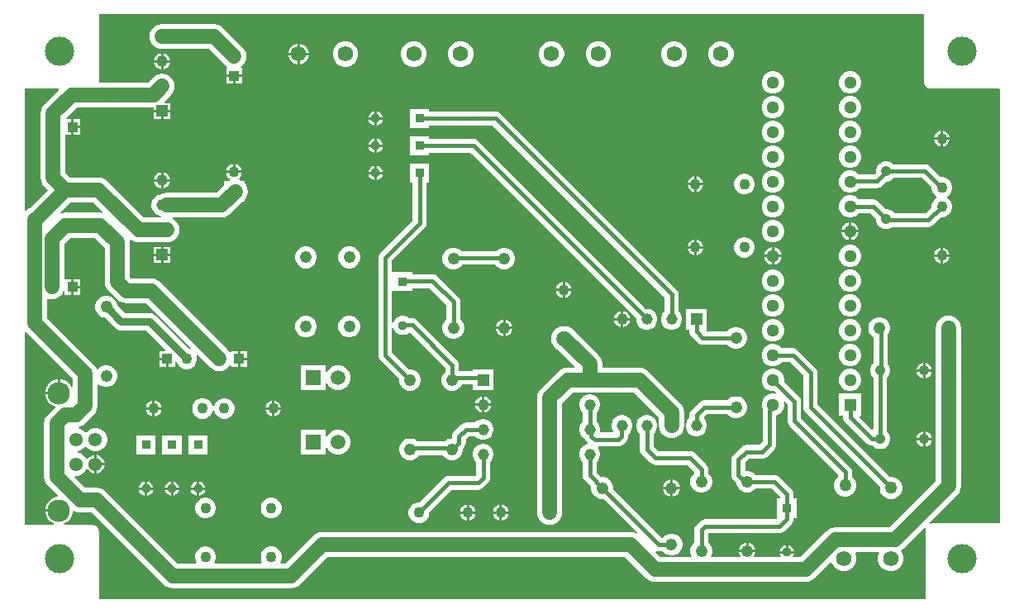
<source format=gbr>
G04*
G04 #@! TF.GenerationSoftware,Altium Limited,Altium Designer,22.4.2 (48)*
G04*
G04 Layer_Physical_Order=1*
G04 Layer_Color=255*
%FSLAX25Y25*%
%MOIN*%
G70*
G04*
G04 #@! TF.SameCoordinates,243CEC23-02B4-465D-BAF0-28B1483BFC4A*
G04*
G04*
G04 #@! TF.FilePolarity,Positive*
G04*
G01*
G75*
%ADD31C,0.06000*%
%ADD32C,0.01500*%
%ADD33C,0.03000*%
%ADD34C,0.04528*%
%ADD35R,0.04528X0.04528*%
%ADD36R,0.05039X0.05039*%
%ADD37C,0.05039*%
%ADD38C,0.05906*%
%ADD39R,0.05906X0.05906*%
%ADD40C,0.04134*%
%ADD41C,0.09055*%
%ADD42C,0.05433*%
%ADD43R,0.04528X0.04528*%
%ADD44R,0.03780X0.03780*%
%ADD45C,0.03780*%
%ADD46C,0.04764*%
%ADD47R,0.03780X0.03780*%
%ADD48C,0.06221*%
%ADD49C,0.04331*%
%ADD50C,0.11811*%
%ADD51C,0.04173*%
%ADD52R,0.04331X0.04331*%
%ADD53R,0.04331X0.04331*%
%ADD54C,0.05000*%
G36*
X362951Y208500D02*
X363145Y207524D01*
X363698Y206698D01*
X364525Y206145D01*
X365500Y205951D01*
X393059D01*
X393113Y205962D01*
X393500Y205645D01*
Y30608D01*
X366000D01*
X365310Y30471D01*
X365064Y30932D01*
X376254Y42121D01*
X377055Y43166D01*
X377559Y44382D01*
X377730Y45687D01*
Y109500D01*
X377559Y110805D01*
X377055Y112022D01*
X376254Y113066D01*
X375209Y113867D01*
X373993Y114371D01*
X372687Y114543D01*
X371382Y114371D01*
X370166Y113867D01*
X369121Y113066D01*
X368320Y112022D01*
X367816Y110805D01*
X367644Y109500D01*
Y47776D01*
X348911Y29043D01*
X327000D01*
X325695Y28871D01*
X324478Y28367D01*
X323434Y27566D01*
X312911Y17043D01*
X310266D01*
X309978Y17543D01*
X310193Y17916D01*
X310358Y18531D01*
X307500D01*
X304642D01*
X304807Y17916D01*
X305023Y17543D01*
X304734Y17043D01*
X294439D01*
X294262Y17543D01*
X294651Y18218D01*
X294867Y19024D01*
X291500D01*
X288133D01*
X288349Y18218D01*
X288738Y17543D01*
X288561Y17043D01*
X277128D01*
X276878Y17476D01*
X277083Y17832D01*
X277382Y18947D01*
Y20100D01*
X277083Y21215D01*
X276506Y22214D01*
X275774Y22947D01*
Y26726D01*
X304500D01*
X305218Y26821D01*
X305887Y27098D01*
X306461Y27539D01*
X309461Y30539D01*
X309902Y31113D01*
X310179Y31782D01*
X310274Y32500D01*
Y32858D01*
X311390D01*
Y40638D01*
X310274D01*
Y42500D01*
X310179Y43218D01*
X309902Y43887D01*
X309461Y44461D01*
X304485Y49438D01*
X303910Y49878D01*
X303241Y50156D01*
X302524Y50250D01*
X294923D01*
X294191Y50983D01*
X293191Y51560D01*
X292077Y51858D01*
X290923D01*
X290750Y51991D01*
Y55327D01*
X292149Y56726D01*
X297500D01*
X298218Y56821D01*
X298887Y57098D01*
X299461Y57539D01*
X302461Y60539D01*
X302902Y61113D01*
X303179Y61782D01*
X303274Y62500D01*
Y74190D01*
X303642Y74288D01*
X304673Y74883D01*
X305514Y75725D01*
X306109Y76755D01*
X306417Y77905D01*
Y79095D01*
X306324Y79444D01*
X306772Y79703D01*
X307726Y78749D01*
Y72000D01*
X307821Y71282D01*
X308098Y70613D01*
X308539Y70039D01*
X328226Y50351D01*
Y49590D01*
X327399Y48763D01*
X326807Y47737D01*
X326500Y46592D01*
Y45408D01*
X326807Y44263D01*
X327399Y43237D01*
X328237Y42399D01*
X329263Y41807D01*
X330408Y41500D01*
X331592D01*
X332737Y41807D01*
X333763Y42399D01*
X334601Y43237D01*
X335193Y44263D01*
X335500Y45408D01*
Y46592D01*
X335193Y47737D01*
X334601Y48763D01*
X333774Y49590D01*
Y51500D01*
X333679Y52218D01*
X333402Y52887D01*
X332961Y53461D01*
X313274Y73149D01*
Y79898D01*
X313179Y80616D01*
X312902Y81284D01*
X312461Y81859D01*
X306417Y87903D01*
X306417Y87905D01*
Y89095D01*
X306109Y90245D01*
X305514Y91275D01*
X304673Y92117D01*
X303642Y92712D01*
X302493Y93020D01*
X301303D01*
X300153Y92712D01*
X299123Y92117D01*
X298281Y91275D01*
X297686Y90245D01*
X297378Y89095D01*
Y87905D01*
X297686Y86756D01*
X298281Y85725D01*
X299123Y84883D01*
X300153Y84288D01*
X301303Y83980D01*
X302493D01*
X302494Y83981D01*
X303101Y83374D01*
X302842Y82926D01*
X302493Y83020D01*
X301303D01*
X300153Y82712D01*
X299123Y82117D01*
X298281Y81275D01*
X297686Y80244D01*
X297378Y79095D01*
Y77905D01*
X297686Y76755D01*
X297784Y76585D01*
X297726Y76145D01*
Y63649D01*
X296351Y62274D01*
X291000D01*
X290282Y62179D01*
X289613Y61902D01*
X289039Y61461D01*
X286015Y58438D01*
X285574Y57863D01*
X285297Y57194D01*
X285203Y56476D01*
Y50024D01*
X285297Y49306D01*
X285574Y48637D01*
X286015Y48062D01*
X287118Y46959D01*
Y46900D01*
X287417Y45785D01*
X287994Y44786D01*
X288809Y43970D01*
X289809Y43393D01*
X290923Y43095D01*
X292077D01*
X293191Y43393D01*
X294191Y43970D01*
X294923Y44703D01*
X301375D01*
X304726Y41351D01*
Y40638D01*
X303610D01*
Y32858D01*
X303610Y32858D01*
X303610D01*
X303476Y32399D01*
X303351Y32274D01*
X274500D01*
X273782Y32179D01*
X273113Y31902D01*
X272539Y31461D01*
X271039Y29961D01*
X270598Y29387D01*
X270321Y28718D01*
X270226Y28000D01*
Y22947D01*
X269494Y22214D01*
X268917Y21215D01*
X268618Y20100D01*
Y18947D01*
X268917Y17832D01*
X269122Y17476D01*
X268872Y17043D01*
X256589D01*
X254504Y19128D01*
X254787Y19552D01*
X255114Y19417D01*
X255832Y19322D01*
X257553D01*
X258286Y18590D01*
X259285Y18013D01*
X260400Y17714D01*
X261553D01*
X262668Y18013D01*
X263667Y18590D01*
X264483Y19406D01*
X265060Y20405D01*
X265358Y21519D01*
Y22673D01*
X265060Y23787D01*
X264483Y24787D01*
X263667Y25602D01*
X262668Y26179D01*
X261553Y26478D01*
X260400D01*
X259285Y26179D01*
X258286Y25602D01*
X257553Y24870D01*
X256980D01*
X237405Y44445D01*
Y45481D01*
X237107Y46595D01*
X236530Y47594D01*
X235714Y48410D01*
X234715Y48987D01*
X233600Y49286D01*
X232564D01*
X230770Y51080D01*
Y55338D01*
X231408Y55976D01*
X231969Y56949D01*
X232260Y58033D01*
Y59156D01*
X231969Y60240D01*
X231408Y61212D01*
X231356Y61264D01*
X231547Y61726D01*
X239500D01*
X240218Y61821D01*
X240887Y62098D01*
X241461Y62539D01*
X242772Y63849D01*
X243212Y64423D01*
X243490Y65092D01*
X243584Y65810D01*
Y66572D01*
X243618Y66592D01*
X244412Y67386D01*
X244973Y68358D01*
X245264Y69443D01*
Y70565D01*
X244973Y71650D01*
X244412Y72622D01*
X243618Y73416D01*
X242646Y73977D01*
X241561Y74268D01*
X240439D01*
X239354Y73977D01*
X238382Y73416D01*
X237588Y72622D01*
X237027Y71650D01*
X236736Y70565D01*
Y69443D01*
X237027Y68358D01*
X237364Y67774D01*
X237076Y67274D01*
X232467D01*
X232163Y67670D01*
X232260Y68033D01*
Y69156D01*
X231969Y70240D01*
X231408Y71213D01*
X230770Y71851D01*
Y75338D01*
X231408Y75977D01*
X231969Y76949D01*
X232260Y78033D01*
Y79156D01*
X231969Y80240D01*
X231408Y81213D01*
X230614Y82006D01*
X229642Y82568D01*
X228557Y82858D01*
X227435D01*
X226350Y82568D01*
X225378Y82006D01*
X224584Y81213D01*
X224023Y80240D01*
X223732Y79156D01*
Y78033D01*
X224023Y76949D01*
X224584Y75977D01*
X225222Y75338D01*
Y71851D01*
X224584Y71213D01*
X224023Y70240D01*
X223732Y69156D01*
Y68033D01*
X224023Y66949D01*
X224584Y65977D01*
X225378Y65183D01*
X226072Y64782D01*
X226173Y64538D01*
X226614Y63963D01*
X227251Y63327D01*
X227101Y62769D01*
X226350Y62568D01*
X225378Y62006D01*
X224584Y61212D01*
X224023Y60240D01*
X223732Y59156D01*
Y58033D01*
X224023Y56949D01*
X224584Y55976D01*
X225222Y55338D01*
Y49931D01*
X225317Y49214D01*
X225594Y48545D01*
X226035Y47970D01*
X228642Y45363D01*
Y44327D01*
X228940Y43213D01*
X229517Y42213D01*
X230333Y41398D01*
X231332Y40821D01*
X232447Y40522D01*
X233483D01*
X247053Y26952D01*
X246770Y26528D01*
X245709Y26967D01*
X244404Y27139D01*
X120096D01*
X118791Y26967D01*
X117575Y26463D01*
X116530Y25662D01*
X105411Y14543D01*
X103378D01*
X103089Y15043D01*
X103382Y15550D01*
X103665Y16609D01*
Y17706D01*
X103382Y18765D01*
X102833Y19715D01*
X102058Y20491D01*
X101108Y21039D01*
X100048Y21323D01*
X98952D01*
X97892Y21039D01*
X96942Y20491D01*
X96167Y19715D01*
X95618Y18765D01*
X95335Y17706D01*
Y16609D01*
X95618Y15550D01*
X95911Y15043D01*
X95622Y14543D01*
X76878D01*
X76589Y15043D01*
X76881Y15550D01*
X77165Y16609D01*
Y17706D01*
X76881Y18765D01*
X76333Y19715D01*
X75558Y20491D01*
X74608Y21039D01*
X73548Y21323D01*
X72452D01*
X71392Y21039D01*
X70442Y20491D01*
X69667Y19715D01*
X69118Y18765D01*
X68835Y17706D01*
Y16609D01*
X69118Y15550D01*
X69411Y15043D01*
X69122Y14543D01*
X61882D01*
X32859Y43566D01*
X31815Y44368D01*
X30598Y44871D01*
X29293Y45043D01*
X24589D01*
X20270Y49362D01*
X20477Y49862D01*
X21369D01*
X22569Y50184D01*
X23644Y50805D01*
X24522Y51683D01*
X24974Y52465D01*
X25551D01*
X25648Y52297D01*
X26340Y51605D01*
X27187Y51116D01*
X28122Y50865D01*
Y54579D01*
Y58292D01*
X27187Y58042D01*
X26340Y57553D01*
X25648Y56861D01*
X25551Y56693D01*
X24974D01*
X24522Y57475D01*
X23644Y58353D01*
X22569Y58974D01*
X21571Y59241D01*
Y59759D01*
X22569Y60026D01*
X23644Y60647D01*
X24363Y61366D01*
X24685Y61472D01*
X25007Y61366D01*
X25726Y60647D01*
X26801Y60026D01*
X28001Y59705D01*
X29243D01*
X30443Y60026D01*
X31518Y60647D01*
X32396Y61525D01*
X33017Y62601D01*
X33339Y63800D01*
Y65042D01*
X33017Y66242D01*
X32396Y67317D01*
X31518Y68195D01*
X30443Y68816D01*
X29243Y69138D01*
X28001D01*
X26801Y68816D01*
X25726Y68195D01*
X25007Y67477D01*
X24685Y67371D01*
X24363Y67477D01*
X23644Y68195D01*
X22569Y68816D01*
X21680Y69054D01*
X21714Y69563D01*
X22213Y69629D01*
X23429Y70132D01*
X24473Y70934D01*
X27988Y74449D01*
X28789Y75493D01*
X29293Y76710D01*
X29465Y78015D01*
Y86654D01*
X29965Y86861D01*
X30310Y86517D01*
X31309Y85940D01*
X32423Y85642D01*
X33577D01*
X34691Y85940D01*
X35691Y86517D01*
X36506Y87333D01*
X37083Y88332D01*
X37382Y89447D01*
Y90601D01*
X37083Y91715D01*
X36506Y92714D01*
X35691Y93530D01*
X34691Y94107D01*
X33577Y94406D01*
X32423D01*
X31309Y94107D01*
X30310Y93530D01*
X29638Y92858D01*
X29151Y92903D01*
X29056Y92956D01*
X28789Y93599D01*
X27988Y94644D01*
X9043Y113589D01*
Y120949D01*
X9459Y121226D01*
X9695Y121129D01*
X11000Y120957D01*
X12305Y121129D01*
X13522Y121633D01*
X14566Y122434D01*
X15368Y123478D01*
X15772Y124454D01*
X16272Y124355D01*
Y122835D01*
X18937D01*
Y126000D01*
Y129165D01*
X16543D01*
X16272Y129165D01*
X16043Y129571D01*
Y143324D01*
X18589Y145870D01*
X28498D01*
X32457Y141911D01*
Y128015D01*
X32629Y126709D01*
X33132Y125493D01*
X33934Y124449D01*
X37449Y120934D01*
X38493Y120133D01*
X39709Y119629D01*
X41015Y119457D01*
X49037D01*
X67113Y101381D01*
X66854Y100933D01*
X66366Y101063D01*
X52933Y114496D01*
X52202Y115057D01*
X51351Y115410D01*
X50437Y115530D01*
X40439D01*
X37370Y118599D01*
X37083Y119668D01*
X36506Y120667D01*
X35691Y121483D01*
X34691Y122060D01*
X33577Y122358D01*
X32423D01*
X31309Y122060D01*
X30310Y121483D01*
X29494Y120667D01*
X28917Y119668D01*
X28618Y118553D01*
Y117400D01*
X28917Y116285D01*
X29494Y115286D01*
X30310Y114470D01*
X31309Y113893D01*
X32377Y113607D01*
X36480Y109504D01*
X37211Y108943D01*
X38063Y108590D01*
X38976Y108470D01*
X48975D01*
X56817Y100627D01*
X56626Y100165D01*
X54398D01*
Y97500D01*
X57563D01*
Y97000D01*
X58063D01*
Y93835D01*
X60728D01*
Y95673D01*
X61228Y95963D01*
X61434Y95845D01*
X61555Y95392D01*
X62104Y94442D01*
X62879Y93667D01*
X63829Y93119D01*
X64889Y92835D01*
X65985D01*
X67045Y93119D01*
X67995Y93667D01*
X68770Y94442D01*
X69318Y95392D01*
X69602Y96452D01*
Y97548D01*
X69370Y98417D01*
X69818Y98676D01*
X75060Y93434D01*
X76104Y92633D01*
X77321Y92129D01*
X78626Y91957D01*
X79931Y92129D01*
X81148Y92633D01*
X82192Y93434D01*
X82835Y94271D01*
X83335Y94102D01*
Y93835D01*
X86000D01*
Y97000D01*
Y100165D01*
X83335D01*
Y99898D01*
X82835Y99729D01*
X82192Y100566D01*
X54692Y128066D01*
X53648Y128867D01*
X52431Y129371D01*
X51126Y129543D01*
X43104D01*
X42543Y130104D01*
Y144000D01*
X42438Y144801D01*
X42906Y145071D01*
X43478Y144632D01*
X44695Y144129D01*
X46000Y143957D01*
X57500D01*
X58805Y144129D01*
X60022Y144632D01*
X61066Y145434D01*
X61867Y146478D01*
X62371Y147695D01*
X62543Y149000D01*
X62371Y150305D01*
X61867Y151522D01*
X61066Y152566D01*
X60022Y153367D01*
X59806Y153457D01*
X59905Y153957D01*
X79437D01*
X80742Y154129D01*
X81959Y154632D01*
X83003Y155434D01*
X87967Y160398D01*
X88665D01*
Y161126D01*
X89368Y162041D01*
X89871Y163258D01*
X90043Y164563D01*
X89871Y165868D01*
X89368Y167085D01*
X88665Y168000D01*
Y168728D01*
X87785D01*
X87522Y168930D01*
X86494Y169356D01*
X86430Y169896D01*
X86444Y169904D01*
X87033Y170493D01*
X87450Y171215D01*
X87643Y171937D01*
X84500D01*
X81357D01*
X81550Y171215D01*
X81967Y170493D01*
X82556Y169904D01*
X82960Y169671D01*
X82924Y169115D01*
X82478Y168930D01*
X82215Y168728D01*
X80335D01*
Y167030D01*
X77348Y164043D01*
X57500D01*
X56195Y163871D01*
X54978Y163367D01*
X54792Y163224D01*
X53854Y162973D01*
X52882Y162412D01*
X52088Y161618D01*
X51527Y160646D01*
X51236Y159561D01*
Y158439D01*
X51527Y157354D01*
X52088Y156382D01*
X52882Y155588D01*
X53854Y155027D01*
X54792Y154776D01*
X54978Y154632D01*
X55194Y154543D01*
X55095Y154043D01*
X48089D01*
X33479Y168653D01*
X32435Y169454D01*
X31219Y169958D01*
X29913Y170130D01*
X18589D01*
X16606Y172113D01*
Y187335D01*
X18937D01*
Y190500D01*
Y193665D01*
X17005D01*
X16797Y194165D01*
X21089Y198457D01*
X52000D01*
X52236Y198250D01*
Y197500D01*
X58764D01*
Y200264D01*
X56549D01*
X56358Y200726D01*
X59066Y203434D01*
X59868Y204478D01*
X60371Y205695D01*
X60543Y207000D01*
X60371Y208305D01*
X59868Y209522D01*
X59066Y210566D01*
X58022Y211368D01*
X56805Y211871D01*
X55500Y212043D01*
X54195Y211871D01*
X52978Y211368D01*
X51934Y210566D01*
X49911Y208543D01*
X30049D01*
Y236000D01*
X362951D01*
Y208500D01*
D02*
G37*
G36*
X13857Y205489D02*
X7997Y199629D01*
X7196Y198585D01*
X6692Y197368D01*
X6520Y196063D01*
Y170024D01*
X6692Y168718D01*
X7196Y167502D01*
X7997Y166458D01*
X9368Y165087D01*
X2163Y157882D01*
X1478Y157598D01*
X500Y156848D01*
X0Y156969D01*
Y205951D01*
X13666D01*
X13857Y205489D01*
D02*
G37*
G36*
X31532Y156336D02*
X31298Y155863D01*
X30587Y155956D01*
X16500D01*
X15195Y155785D01*
X14839Y155637D01*
X14643Y156097D01*
X18589Y160044D01*
X27825D01*
X31532Y156336D01*
D02*
G37*
G36*
X19379Y88989D02*
Y85899D01*
X18879Y85764D01*
X18399Y86595D01*
X17370Y87624D01*
X16110Y88352D01*
X14704Y88728D01*
X14476D01*
Y83201D01*
X13976D01*
Y82701D01*
X8449D01*
Y82473D01*
X8826Y81067D01*
X9553Y79807D01*
X10582Y78778D01*
X11843Y78050D01*
X12219Y77949D01*
X12349Y77466D01*
X9434Y74551D01*
X8632Y73507D01*
X8129Y72290D01*
X7957Y70985D01*
Y49500D01*
X8129Y48195D01*
X8632Y46978D01*
X9434Y45934D01*
X13579Y41789D01*
X13388Y41327D01*
X13249D01*
X11843Y40950D01*
X10582Y40222D01*
X9553Y39193D01*
X8826Y37933D01*
X8449Y36527D01*
Y36299D01*
X13976D01*
Y35299D01*
X8449D01*
Y35072D01*
X8826Y33666D01*
X9553Y32405D01*
X10582Y31376D01*
X11843Y30648D01*
X11993Y30608D01*
X11927Y30108D01*
X0D01*
Y107774D01*
X500Y107868D01*
X19379Y88989D01*
D02*
G37*
G36*
X19978Y35633D02*
X21195Y35129D01*
X22500Y34957D01*
X27204D01*
X56227Y5934D01*
X57271Y5133D01*
X58488Y4629D01*
X59793Y4457D01*
X107500D01*
X108805Y4629D01*
X110022Y5133D01*
X111066Y5934D01*
X122185Y17053D01*
X242315D01*
X250934Y8434D01*
X250934Y8434D01*
X251978Y7632D01*
X253195Y7129D01*
X254500Y6957D01*
X315000D01*
X316305Y7129D01*
X317522Y7632D01*
X318566Y8434D01*
X325157Y15024D01*
X325640Y14895D01*
X325738Y14527D01*
X326411Y13362D01*
X327362Y12411D01*
X328527Y11738D01*
X329827Y11390D01*
X331173D01*
X332472Y11738D01*
X333638Y12411D01*
X334589Y13362D01*
X335262Y14527D01*
X335610Y15827D01*
Y17173D01*
X335262Y18473D01*
X335232Y18524D01*
X335482Y18957D01*
X344415D01*
X344665Y18524D01*
X344636Y18473D01*
X344287Y17173D01*
Y15827D01*
X344636Y14527D01*
X345308Y13362D01*
X346260Y12411D01*
X347425Y11738D01*
X348725Y11390D01*
X350070D01*
X351370Y11738D01*
X352535Y12411D01*
X353487Y13362D01*
X354160Y14527D01*
X354508Y15827D01*
Y17173D01*
X354160Y18473D01*
X353510Y19598D01*
X353522Y19633D01*
X354566Y20434D01*
X363127Y28995D01*
X363588Y28749D01*
X363451Y28059D01*
Y500D01*
X363474Y387D01*
X363156Y0D01*
X30108D01*
Y27559D01*
X29914Y28534D01*
X29362Y29362D01*
X28534Y29914D01*
X27559Y30108D01*
X16025D01*
X15959Y30608D01*
X16110Y30648D01*
X17370Y31376D01*
X18399Y32405D01*
X19127Y33666D01*
X19504Y35072D01*
Y35431D01*
X19952Y35653D01*
X19978Y35633D01*
D02*
G37*
%LPC*%
G36*
X111092Y224110D02*
X111051D01*
Y220500D01*
X114661D01*
Y220541D01*
X114381Y221586D01*
X113840Y222524D01*
X113075Y223289D01*
X112138Y223830D01*
X111092Y224110D01*
D02*
G37*
G36*
X110051D02*
X110010D01*
X108965Y223830D01*
X108027Y223289D01*
X107262Y222524D01*
X106721Y221586D01*
X106441Y220541D01*
Y220500D01*
X110051D01*
Y224110D01*
D02*
G37*
G36*
X56000Y220245D02*
Y217500D01*
X58745D01*
X58541Y218260D01*
X58112Y219004D01*
X57504Y219612D01*
X56760Y220041D01*
X56000Y220245D01*
D02*
G37*
G36*
X55000D02*
X54240Y220041D01*
X53496Y219612D01*
X52888Y219004D01*
X52459Y218260D01*
X52255Y217500D01*
X55000D01*
Y220245D01*
D02*
G37*
G36*
X114661Y219500D02*
X111051D01*
Y215890D01*
X111092D01*
X112138Y216170D01*
X113075Y216711D01*
X113840Y217476D01*
X114381Y218413D01*
X114661Y219459D01*
Y219500D01*
D02*
G37*
G36*
X110051D02*
X106441D01*
Y219459D01*
X106721Y218413D01*
X107262Y217476D01*
X108027Y216711D01*
X108965Y216170D01*
X110010Y215890D01*
X110051D01*
Y219500D01*
D02*
G37*
G36*
X281570Y225110D02*
X280225D01*
X278925Y224762D01*
X277760Y224089D01*
X276808Y223138D01*
X276136Y221972D01*
X275787Y220673D01*
Y219327D01*
X276136Y218027D01*
X276808Y216862D01*
X277760Y215911D01*
X278925Y215238D01*
X280225Y214890D01*
X281570D01*
X282870Y215238D01*
X284035Y215911D01*
X284987Y216862D01*
X285660Y218027D01*
X286008Y219327D01*
Y220673D01*
X285660Y221972D01*
X284987Y223138D01*
X284035Y224089D01*
X282870Y224762D01*
X281570Y225110D01*
D02*
G37*
G36*
X262673D02*
X261327D01*
X260028Y224762D01*
X258862Y224089D01*
X257911Y223138D01*
X257238Y221972D01*
X256890Y220673D01*
Y219327D01*
X257238Y218027D01*
X257911Y216862D01*
X258862Y215911D01*
X260028Y215238D01*
X261327Y214890D01*
X262673D01*
X263972Y215238D01*
X265138Y215911D01*
X266089Y216862D01*
X266762Y218027D01*
X267110Y219327D01*
Y220673D01*
X266762Y221972D01*
X266089Y223138D01*
X265138Y224089D01*
X263972Y224762D01*
X262673Y225110D01*
D02*
G37*
G36*
X232122D02*
X230776D01*
X229476Y224762D01*
X228311Y224089D01*
X227360Y223138D01*
X226687Y221972D01*
X226339Y220673D01*
Y219327D01*
X226687Y218027D01*
X227360Y216862D01*
X228311Y215911D01*
X229476Y215238D01*
X230776Y214890D01*
X232122D01*
X233421Y215238D01*
X234587Y215911D01*
X235538Y216862D01*
X236211Y218027D01*
X236559Y219327D01*
Y220673D01*
X236211Y221972D01*
X235538Y223138D01*
X234587Y224089D01*
X233421Y224762D01*
X232122Y225110D01*
D02*
G37*
G36*
X213224D02*
X211878D01*
X210579Y224762D01*
X209413Y224089D01*
X208462Y223138D01*
X207789Y221972D01*
X207441Y220673D01*
Y219327D01*
X207789Y218027D01*
X208462Y216862D01*
X209413Y215911D01*
X210579Y215238D01*
X211878Y214890D01*
X213224D01*
X214524Y215238D01*
X215689Y215911D01*
X216640Y216862D01*
X217313Y218027D01*
X217661Y219327D01*
Y220673D01*
X217313Y221972D01*
X216640Y223138D01*
X215689Y224089D01*
X214524Y224762D01*
X213224Y225110D01*
D02*
G37*
G36*
X176622D02*
X175276D01*
X173976Y224762D01*
X172811Y224089D01*
X171860Y223138D01*
X171187Y221972D01*
X170839Y220673D01*
Y219327D01*
X171187Y218027D01*
X171860Y216862D01*
X172811Y215911D01*
X173976Y215238D01*
X175276Y214890D01*
X176622D01*
X177921Y215238D01*
X179087Y215911D01*
X180038Y216862D01*
X180711Y218027D01*
X181059Y219327D01*
Y220673D01*
X180711Y221972D01*
X180038Y223138D01*
X179087Y224089D01*
X177921Y224762D01*
X176622Y225110D01*
D02*
G37*
G36*
X157724D02*
X156378D01*
X155079Y224762D01*
X153913Y224089D01*
X152962Y223138D01*
X152289Y221972D01*
X151941Y220673D01*
Y219327D01*
X152289Y218027D01*
X152962Y216862D01*
X153913Y215911D01*
X155079Y215238D01*
X156378Y214890D01*
X157724D01*
X159024Y215238D01*
X160189Y215911D01*
X161140Y216862D01*
X161813Y218027D01*
X162161Y219327D01*
Y220673D01*
X161813Y221972D01*
X161140Y223138D01*
X160189Y224089D01*
X159024Y224762D01*
X157724Y225110D01*
D02*
G37*
G36*
X130122D02*
X128776D01*
X127476Y224762D01*
X126311Y224089D01*
X125360Y223138D01*
X124687Y221972D01*
X124339Y220673D01*
Y219327D01*
X124687Y218027D01*
X125360Y216862D01*
X126311Y215911D01*
X127476Y215238D01*
X128776Y214890D01*
X130122D01*
X131421Y215238D01*
X132587Y215911D01*
X133538Y216862D01*
X134211Y218027D01*
X134559Y219327D01*
Y220673D01*
X134211Y221972D01*
X133538Y223138D01*
X132587Y224089D01*
X131421Y224762D01*
X130122Y225110D01*
D02*
G37*
G36*
X58745Y216500D02*
X56000D01*
Y213755D01*
X56760Y213959D01*
X57504Y214388D01*
X58112Y214996D01*
X58541Y215740D01*
X58745Y216500D01*
D02*
G37*
G36*
X55000D02*
X52255D01*
X52459Y215740D01*
X52888Y214996D01*
X53496Y214388D01*
X54240Y213959D01*
X55000Y213755D01*
Y216500D01*
D02*
G37*
G36*
X76500Y232043D02*
X55500D01*
X54195Y231871D01*
X52978Y231367D01*
X51934Y230566D01*
X51133Y229522D01*
X50629Y228305D01*
X50457Y227000D01*
X50629Y225695D01*
X51133Y224478D01*
X51934Y223434D01*
X52978Y222633D01*
X54195Y222129D01*
X55500Y221957D01*
X74411D01*
X80934Y215434D01*
X81771Y214791D01*
X81602Y214291D01*
X81335D01*
Y211626D01*
X84500D01*
X87665D01*
Y214291D01*
X87398D01*
X87229Y214791D01*
X88066Y215434D01*
X88867Y216478D01*
X89371Y217695D01*
X89543Y219000D01*
X89371Y220305D01*
X88867Y221522D01*
X88066Y222566D01*
X80066Y230566D01*
X79022Y231367D01*
X77805Y231871D01*
X76500Y232043D01*
D02*
G37*
G36*
X87665Y210626D02*
X85000D01*
Y207961D01*
X87665D01*
Y210626D01*
D02*
G37*
G36*
X84000D02*
X81335D01*
Y207961D01*
X84000D01*
Y210626D01*
D02*
G37*
G36*
X333595Y213020D02*
X332405D01*
X331256Y212712D01*
X330225Y212117D01*
X329383Y211275D01*
X328788Y210244D01*
X328480Y209095D01*
Y207905D01*
X328788Y206755D01*
X329383Y205725D01*
X330225Y204883D01*
X331256Y204288D01*
X332405Y203980D01*
X333595D01*
X334745Y204288D01*
X335775Y204883D01*
X336617Y205725D01*
X337212Y206755D01*
X337520Y207905D01*
Y209095D01*
X337212Y210244D01*
X336617Y211275D01*
X335775Y212117D01*
X334745Y212712D01*
X333595Y213020D01*
D02*
G37*
G36*
X302493D02*
X301303D01*
X300153Y212712D01*
X299123Y212117D01*
X298281Y211275D01*
X297686Y210244D01*
X297378Y209095D01*
Y207905D01*
X297686Y206755D01*
X298281Y205725D01*
X299123Y204883D01*
X300153Y204288D01*
X301303Y203980D01*
X302493D01*
X303642Y204288D01*
X304673Y204883D01*
X305514Y205725D01*
X306109Y206755D01*
X306417Y207905D01*
Y209095D01*
X306109Y210244D01*
X305514Y211275D01*
X304673Y212117D01*
X303642Y212712D01*
X302493Y213020D01*
D02*
G37*
G36*
X142142Y196858D02*
Y194500D01*
X144500D01*
X144335Y195115D01*
X143954Y195774D01*
X143416Y196312D01*
X142757Y196693D01*
X142142Y196858D01*
D02*
G37*
G36*
X141142Y196858D02*
X140526Y196693D01*
X139867Y196312D01*
X139329Y195774D01*
X138949Y195115D01*
X138784Y194500D01*
X141142D01*
Y196858D01*
D02*
G37*
G36*
X333595Y203020D02*
X332405D01*
X331256Y202712D01*
X330225Y202117D01*
X329383Y201275D01*
X328788Y200244D01*
X328480Y199095D01*
Y197905D01*
X328788Y196756D01*
X329383Y195725D01*
X330225Y194883D01*
X331256Y194288D01*
X332405Y193980D01*
X333595D01*
X334745Y194288D01*
X335775Y194883D01*
X336617Y195725D01*
X337212Y196756D01*
X337520Y197905D01*
Y199095D01*
X337212Y200244D01*
X336617Y201275D01*
X335775Y202117D01*
X334745Y202712D01*
X333595Y203020D01*
D02*
G37*
G36*
X302493D02*
X301303D01*
X300153Y202712D01*
X299123Y202117D01*
X298281Y201275D01*
X297686Y200244D01*
X297378Y199095D01*
Y197905D01*
X297686Y196756D01*
X298281Y195725D01*
X299123Y194883D01*
X300153Y194288D01*
X301303Y193980D01*
X302493D01*
X303642Y194288D01*
X304673Y194883D01*
X305514Y195725D01*
X306109Y196756D01*
X306417Y197905D01*
Y199095D01*
X306109Y200244D01*
X305514Y201275D01*
X304673Y202117D01*
X303642Y202712D01*
X302493Y203020D01*
D02*
G37*
G36*
X58764Y196500D02*
X56000D01*
Y193736D01*
X58764D01*
Y196500D01*
D02*
G37*
G36*
X55000D02*
X52236D01*
Y193736D01*
X55000D01*
Y196500D01*
D02*
G37*
G36*
X141142Y193500D02*
X138784D01*
X138949Y192885D01*
X139329Y192226D01*
X139867Y191688D01*
X140526Y191307D01*
X141142Y191142D01*
Y193500D01*
D02*
G37*
G36*
X144500D02*
X142142D01*
Y191142D01*
X142757Y191307D01*
X143416Y191688D01*
X143954Y192226D01*
X144335Y192885D01*
X144500Y193500D01*
D02*
G37*
G36*
X22602Y193665D02*
X19937D01*
Y191000D01*
X22602D01*
Y193665D01*
D02*
G37*
G36*
Y190000D02*
X19937D01*
Y187335D01*
X22602D01*
Y190000D01*
D02*
G37*
G36*
X370500Y188986D02*
Y186343D01*
X373143D01*
X372950Y187064D01*
X372533Y187786D01*
X371944Y188375D01*
X371222Y188792D01*
X370500Y188986D01*
D02*
G37*
G36*
X369500D02*
X368778Y188792D01*
X368056Y188375D01*
X367467Y187786D01*
X367050Y187064D01*
X366857Y186343D01*
X369500D01*
Y188986D01*
D02*
G37*
G36*
X333595Y193020D02*
X332405D01*
X331256Y192712D01*
X330225Y192117D01*
X329383Y191275D01*
X328788Y190244D01*
X328480Y189095D01*
Y187905D01*
X328788Y186756D01*
X329383Y185725D01*
X330225Y184883D01*
X331256Y184288D01*
X332405Y183980D01*
X333595D01*
X334745Y184288D01*
X335775Y184883D01*
X336617Y185725D01*
X337212Y186756D01*
X337520Y187905D01*
Y189095D01*
X337212Y190244D01*
X336617Y191275D01*
X335775Y192117D01*
X334745Y192712D01*
X333595Y193020D01*
D02*
G37*
G36*
X302493D02*
X301303D01*
X300153Y192712D01*
X299123Y192117D01*
X298281Y191275D01*
X297686Y190244D01*
X297378Y189095D01*
Y187905D01*
X297686Y186756D01*
X298281Y185725D01*
X299123Y184883D01*
X300153Y184288D01*
X301303Y183980D01*
X302493D01*
X303642Y184288D01*
X304673Y184883D01*
X305514Y185725D01*
X306109Y186756D01*
X306417Y187905D01*
Y189095D01*
X306109Y190244D01*
X305514Y191275D01*
X304673Y192117D01*
X303642Y192712D01*
X302493Y193020D01*
D02*
G37*
G36*
X142142Y185858D02*
Y183500D01*
X144500D01*
X144335Y184115D01*
X143954Y184774D01*
X143416Y185312D01*
X142757Y185693D01*
X142142Y185858D01*
D02*
G37*
G36*
X141142Y185858D02*
X140526Y185693D01*
X139867Y185312D01*
X139329Y184774D01*
X138949Y184115D01*
X138784Y183500D01*
X141142D01*
Y185858D01*
D02*
G37*
G36*
X373143Y185343D02*
X370500D01*
Y182700D01*
X371222Y182893D01*
X371944Y183310D01*
X372533Y183899D01*
X372950Y184621D01*
X373143Y185343D01*
D02*
G37*
G36*
X369500D02*
X366857D01*
X367050Y184621D01*
X367467Y183899D01*
X368056Y183310D01*
X368778Y182893D01*
X369500Y182700D01*
Y185343D01*
D02*
G37*
G36*
X141142Y182500D02*
X138784D01*
X138949Y181885D01*
X139329Y181226D01*
X139867Y180688D01*
X140526Y180307D01*
X141142Y180142D01*
Y182500D01*
D02*
G37*
G36*
X144500D02*
X142142D01*
Y180142D01*
X142757Y180307D01*
X143416Y180688D01*
X143954Y181226D01*
X144335Y181885D01*
X144500Y182500D01*
D02*
G37*
G36*
X333595Y183020D02*
X332405D01*
X331256Y182712D01*
X330225Y182117D01*
X329383Y181275D01*
X328788Y180245D01*
X328480Y179095D01*
Y177905D01*
X328788Y176755D01*
X329383Y175725D01*
X330225Y174883D01*
X331256Y174288D01*
X332405Y173980D01*
X333595D01*
X334745Y174288D01*
X335775Y174883D01*
X336617Y175725D01*
X337212Y176755D01*
X337520Y177905D01*
Y179095D01*
X337212Y180245D01*
X336617Y181275D01*
X335775Y182117D01*
X334745Y182712D01*
X333595Y183020D01*
D02*
G37*
G36*
X302493D02*
X301303D01*
X300153Y182712D01*
X299123Y182117D01*
X298281Y181275D01*
X297686Y180245D01*
X297378Y179095D01*
Y177905D01*
X297686Y176755D01*
X298281Y175725D01*
X299123Y174883D01*
X300153Y174288D01*
X301303Y173980D01*
X302493D01*
X303642Y174288D01*
X304673Y174883D01*
X305514Y175725D01*
X306109Y176755D01*
X306417Y177905D01*
Y179095D01*
X306109Y180245D01*
X305514Y181275D01*
X304673Y182117D01*
X303642Y182712D01*
X302493Y183020D01*
D02*
G37*
G36*
X85000Y175580D02*
Y172937D01*
X87643D01*
X87450Y173659D01*
X87033Y174381D01*
X86444Y174970D01*
X85722Y175387D01*
X85000Y175580D01*
D02*
G37*
G36*
X84000Y175580D02*
X83278Y175387D01*
X82556Y174970D01*
X81967Y174381D01*
X81550Y173659D01*
X81357Y172937D01*
X84000D01*
Y175580D01*
D02*
G37*
G36*
X142142Y174858D02*
Y172500D01*
X144500D01*
X144335Y173115D01*
X143954Y173774D01*
X143416Y174312D01*
X142757Y174693D01*
X142142Y174858D01*
D02*
G37*
G36*
X141142Y174858D02*
X140526Y174693D01*
X139867Y174312D01*
X139329Y173774D01*
X138949Y173115D01*
X138784Y172500D01*
X141142D01*
Y174858D01*
D02*
G37*
G36*
X348035Y176673D02*
X346965D01*
X345930Y176396D01*
X345003Y175861D01*
X344246Y175103D01*
X343710Y174176D01*
X343433Y173142D01*
Y172143D01*
X342706Y171416D01*
X336476D01*
X335775Y172117D01*
X334745Y172712D01*
X333595Y173020D01*
X332405D01*
X331256Y172712D01*
X330225Y172117D01*
X329383Y171275D01*
X328788Y170245D01*
X328480Y169095D01*
Y167905D01*
X328788Y166755D01*
X329383Y165725D01*
X330225Y164883D01*
X331256Y164288D01*
X332405Y163980D01*
X333595D01*
X334745Y164288D01*
X335775Y164883D01*
X336617Y165725D01*
X336700Y165868D01*
X343855D01*
X344573Y165963D01*
X345242Y166240D01*
X345816Y166681D01*
X347675Y168539D01*
X348035D01*
X349070Y168816D01*
X349997Y169352D01*
X350620Y169975D01*
X362151D01*
X365835Y166291D01*
Y165609D01*
X366119Y164550D01*
X366667Y163600D01*
X367442Y162824D01*
X367937Y162539D01*
Y161961D01*
X367442Y161676D01*
X366667Y160900D01*
X366119Y159950D01*
X365835Y158891D01*
Y158100D01*
X363509Y155774D01*
X350822D01*
X350754Y155891D01*
X349997Y156648D01*
X349070Y157184D01*
X348035Y157461D01*
X347356D01*
X344355Y160461D01*
X343781Y160902D01*
X343112Y161179D01*
X342394Y161274D01*
X336617D01*
X336617Y161275D01*
X335775Y162117D01*
X334745Y162712D01*
X333595Y163020D01*
X332405D01*
X331256Y162712D01*
X330225Y162117D01*
X329383Y161275D01*
X328788Y160245D01*
X328480Y159095D01*
Y157905D01*
X328788Y156755D01*
X329383Y155725D01*
X330225Y154883D01*
X331256Y154288D01*
X332405Y153980D01*
X333595D01*
X334745Y154288D01*
X335775Y154883D01*
X336617Y155725D01*
X336617Y155726D01*
X341245D01*
X343433Y153538D01*
Y152858D01*
X343710Y151824D01*
X344246Y150897D01*
X345003Y150139D01*
X345930Y149604D01*
X346965Y149327D01*
X348035D01*
X349070Y149604D01*
X349997Y150139D01*
X350084Y150226D01*
X364657D01*
X365375Y150321D01*
X366044Y150598D01*
X366619Y151039D01*
X369757Y154177D01*
X370548D01*
X371608Y154461D01*
X372558Y155009D01*
X373333Y155785D01*
X373882Y156735D01*
X374165Y157794D01*
Y158891D01*
X373882Y159950D01*
X373333Y160900D01*
X372558Y161676D01*
X372063Y161961D01*
Y162539D01*
X372558Y162824D01*
X373333Y163600D01*
X373882Y164550D01*
X374165Y165609D01*
Y166706D01*
X373882Y167765D01*
X373333Y168715D01*
X372558Y169491D01*
X371608Y170039D01*
X370548Y170323D01*
X369648D01*
X365261Y174710D01*
X364686Y175151D01*
X364018Y175428D01*
X363300Y175522D01*
X350336D01*
X349997Y175861D01*
X349070Y176396D01*
X348035Y176673D01*
D02*
G37*
G36*
X56000Y172245D02*
Y169500D01*
X58745D01*
X58541Y170260D01*
X58112Y171004D01*
X57504Y171612D01*
X56760Y172041D01*
X56000Y172245D01*
D02*
G37*
G36*
X55000D02*
X54240Y172041D01*
X53496Y171612D01*
X52888Y171004D01*
X52459Y170260D01*
X52255Y169500D01*
X55000D01*
Y172245D01*
D02*
G37*
G36*
X141142Y171500D02*
X138784D01*
X138949Y170885D01*
X139329Y170226D01*
X139867Y169688D01*
X140526Y169307D01*
X141142Y169142D01*
Y171500D01*
D02*
G37*
G36*
X144500D02*
X142142D01*
Y169142D01*
X142757Y169307D01*
X143416Y169688D01*
X143954Y170226D01*
X144335Y170885D01*
X144500Y171500D01*
D02*
G37*
G36*
X271158Y170643D02*
Y168000D01*
X273800D01*
X273607Y168722D01*
X273190Y169444D01*
X272601Y170033D01*
X271879Y170450D01*
X271158Y170643D01*
D02*
G37*
G36*
X270158D02*
X269436Y170450D01*
X268714Y170033D01*
X268125Y169444D01*
X267708Y168722D01*
X267514Y168000D01*
X270158D01*
Y170643D01*
D02*
G37*
G36*
X58745Y168500D02*
X56000D01*
Y165755D01*
X56760Y165959D01*
X57504Y166388D01*
X58112Y166996D01*
X58541Y167740D01*
X58745Y168500D01*
D02*
G37*
G36*
X55000D02*
X52255D01*
X52459Y167740D01*
X52888Y166996D01*
X53496Y166388D01*
X54240Y165959D01*
X55000Y165755D01*
Y168500D01*
D02*
G37*
G36*
X273800Y167000D02*
X271158D01*
Y164357D01*
X271879Y164550D01*
X272601Y164967D01*
X273190Y165556D01*
X273607Y166278D01*
X273800Y167000D01*
D02*
G37*
G36*
X270158D02*
X267514D01*
X267708Y166278D01*
X268125Y165556D01*
X268714Y164967D01*
X269436Y164550D01*
X270158Y164357D01*
Y167000D01*
D02*
G37*
G36*
X302493Y173020D02*
X301303D01*
X300153Y172712D01*
X299123Y172117D01*
X298281Y171275D01*
X297686Y170245D01*
X297378Y169095D01*
Y167905D01*
X297686Y166755D01*
X298281Y165725D01*
X299123Y164883D01*
X300153Y164288D01*
X301303Y163980D01*
X302493D01*
X303642Y164288D01*
X304673Y164883D01*
X305514Y165725D01*
X306109Y166755D01*
X306417Y167905D01*
Y169095D01*
X306109Y170245D01*
X305514Y171275D01*
X304673Y172117D01*
X303642Y172712D01*
X302493Y173020D01*
D02*
G37*
G36*
X290891Y171665D02*
X289794D01*
X288735Y171381D01*
X287785Y170833D01*
X287009Y170058D01*
X286461Y169108D01*
X286177Y168048D01*
Y166952D01*
X286461Y165892D01*
X287009Y164942D01*
X287785Y164167D01*
X288735Y163619D01*
X289794Y163335D01*
X290891D01*
X291950Y163619D01*
X292900Y164167D01*
X293676Y164942D01*
X294224Y165892D01*
X294508Y166952D01*
Y168048D01*
X294224Y169108D01*
X293676Y170058D01*
X292900Y170833D01*
X291950Y171381D01*
X290891Y171665D01*
D02*
G37*
G36*
X302493Y163020D02*
X301303D01*
X300153Y162712D01*
X299123Y162117D01*
X298281Y161275D01*
X297686Y160245D01*
X297378Y159095D01*
Y157905D01*
X297686Y156755D01*
X298281Y155725D01*
X299123Y154883D01*
X300153Y154288D01*
X301303Y153980D01*
X302493D01*
X303642Y154288D01*
X304673Y154883D01*
X305514Y155725D01*
X306109Y156755D01*
X306417Y157905D01*
Y159095D01*
X306109Y160245D01*
X305514Y161275D01*
X304673Y162117D01*
X303642Y162712D01*
X302493Y163020D01*
D02*
G37*
G36*
X333500Y152010D02*
Y149000D01*
X336510D01*
X336280Y149858D01*
X335816Y150661D01*
X335161Y151316D01*
X334359Y151780D01*
X333500Y152010D01*
D02*
G37*
G36*
X332500D02*
X331641Y151780D01*
X330839Y151316D01*
X330184Y150661D01*
X329720Y149858D01*
X329490Y149000D01*
X332500D01*
Y152010D01*
D02*
G37*
G36*
X336510Y148000D02*
X333500D01*
Y144990D01*
X334359Y145220D01*
X335161Y145684D01*
X335816Y146339D01*
X336280Y147142D01*
X336510Y148000D01*
D02*
G37*
G36*
X332500D02*
X329490D01*
X329720Y147142D01*
X330184Y146339D01*
X330839Y145684D01*
X331641Y145220D01*
X332500Y144990D01*
Y148000D01*
D02*
G37*
G36*
X302493Y153020D02*
X301303D01*
X300153Y152712D01*
X299123Y152117D01*
X298281Y151275D01*
X297686Y150244D01*
X297378Y149095D01*
Y147905D01*
X297686Y146756D01*
X298281Y145725D01*
X299123Y144883D01*
X300153Y144288D01*
X301303Y143980D01*
X302493D01*
X303642Y144288D01*
X304673Y144883D01*
X305514Y145725D01*
X306109Y146756D01*
X306417Y147905D01*
Y149095D01*
X306109Y150244D01*
X305514Y151275D01*
X304673Y152117D01*
X303642Y152712D01*
X302493Y153020D01*
D02*
G37*
G36*
X271158Y145143D02*
Y142500D01*
X273800D01*
X273607Y143222D01*
X273190Y143944D01*
X272601Y144533D01*
X271879Y144950D01*
X271158Y145143D01*
D02*
G37*
G36*
X270158D02*
X269436Y144950D01*
X268714Y144533D01*
X268125Y143944D01*
X267708Y143222D01*
X267514Y142500D01*
X270158D01*
Y145143D01*
D02*
G37*
G36*
X194077Y141858D02*
X192923D01*
X191809Y141560D01*
X190810Y140983D01*
X190327Y140500D01*
X176173D01*
X175690Y140983D01*
X174691Y141560D01*
X173577Y141858D01*
X172423D01*
X171309Y141560D01*
X170309Y140983D01*
X169494Y140167D01*
X168917Y139168D01*
X168618Y138053D01*
Y136899D01*
X168917Y135785D01*
X169494Y134786D01*
X170309Y133970D01*
X171309Y133393D01*
X172423Y133095D01*
X173577D01*
X174691Y133393D01*
X175690Y133970D01*
X176506Y134786D01*
X176603Y134953D01*
X189897D01*
X189994Y134786D01*
X190810Y133970D01*
X191809Y133393D01*
X192923Y133095D01*
X194077D01*
X195191Y133393D01*
X196191Y133970D01*
X197006Y134786D01*
X197583Y135785D01*
X197882Y136899D01*
Y138053D01*
X197583Y139168D01*
X197006Y140167D01*
X196191Y140983D01*
X195191Y141560D01*
X194077Y141858D01*
D02*
G37*
G36*
X58764Y142264D02*
X56000D01*
Y139500D01*
X58764D01*
Y142264D01*
D02*
G37*
G36*
X55000D02*
X52236D01*
Y139500D01*
X55000D01*
Y142264D01*
D02*
G37*
G36*
X370500Y141800D02*
Y139157D01*
X373143D01*
X372950Y139879D01*
X372533Y140601D01*
X371944Y141190D01*
X371222Y141607D01*
X370500Y141800D01*
D02*
G37*
G36*
X369500D02*
X368778Y141607D01*
X368056Y141190D01*
X367467Y140601D01*
X367050Y139879D01*
X366857Y139157D01*
X369500D01*
Y141800D01*
D02*
G37*
G36*
X302398Y142010D02*
Y139000D01*
X305408D01*
X305177Y139858D01*
X304714Y140661D01*
X304059Y141316D01*
X303256Y141780D01*
X302398Y142010D01*
D02*
G37*
G36*
X301398D02*
X300539Y141780D01*
X299736Y141316D01*
X299081Y140661D01*
X298618Y139858D01*
X298388Y139000D01*
X301398D01*
Y142010D01*
D02*
G37*
G36*
X273800Y141500D02*
X271158D01*
Y138857D01*
X271879Y139050D01*
X272601Y139467D01*
X273190Y140056D01*
X273607Y140778D01*
X273800Y141500D01*
D02*
G37*
G36*
X270158D02*
X267514D01*
X267708Y140778D01*
X268125Y140056D01*
X268714Y139467D01*
X269436Y139050D01*
X270158Y138857D01*
Y141500D01*
D02*
G37*
G36*
X290891Y146165D02*
X289794D01*
X288735Y145881D01*
X287785Y145333D01*
X287009Y144558D01*
X286461Y143608D01*
X286177Y142548D01*
Y141452D01*
X286461Y140392D01*
X287009Y139442D01*
X287785Y138667D01*
X288735Y138119D01*
X289794Y137835D01*
X290891D01*
X291950Y138119D01*
X292900Y138667D01*
X293676Y139442D01*
X294224Y140392D01*
X294508Y141452D01*
Y142548D01*
X294224Y143608D01*
X293676Y144558D01*
X292900Y145333D01*
X291950Y145881D01*
X290891Y146165D01*
D02*
G37*
G36*
X58764Y138500D02*
X56000D01*
Y135736D01*
X58764D01*
Y138500D01*
D02*
G37*
G36*
X55000D02*
X52236D01*
Y135736D01*
X55000D01*
Y138500D01*
D02*
G37*
G36*
X373143Y138157D02*
X370500D01*
Y135514D01*
X371222Y135708D01*
X371944Y136125D01*
X372533Y136714D01*
X372950Y137436D01*
X373143Y138157D01*
D02*
G37*
G36*
X369500D02*
X366857D01*
X367050Y137436D01*
X367467Y136714D01*
X368056Y136125D01*
X368778Y135708D01*
X369500Y135514D01*
Y138157D01*
D02*
G37*
G36*
X305408Y138000D02*
X302398D01*
Y134990D01*
X303256Y135220D01*
X304059Y135684D01*
X304714Y136339D01*
X305177Y137142D01*
X305408Y138000D01*
D02*
G37*
G36*
X301398D02*
X298388D01*
X298618Y137142D01*
X299081Y136339D01*
X299736Y135684D01*
X300539Y135220D01*
X301398Y134990D01*
Y138000D01*
D02*
G37*
G36*
X333595Y143020D02*
X332405D01*
X331256Y142712D01*
X330225Y142117D01*
X329383Y141275D01*
X328788Y140244D01*
X328480Y139095D01*
Y137905D01*
X328788Y136756D01*
X329383Y135725D01*
X330225Y134883D01*
X331256Y134288D01*
X332405Y133980D01*
X333595D01*
X334745Y134288D01*
X335775Y134883D01*
X336617Y135725D01*
X337212Y136756D01*
X337520Y137905D01*
Y139095D01*
X337212Y140244D01*
X336617Y141275D01*
X335775Y142117D01*
X334745Y142712D01*
X333595Y143020D01*
D02*
G37*
G36*
X131577Y142358D02*
X130423D01*
X129309Y142060D01*
X128310Y141483D01*
X127494Y140667D01*
X126917Y139668D01*
X126618Y138553D01*
Y137399D01*
X126917Y136285D01*
X127494Y135286D01*
X128310Y134470D01*
X129309Y133893D01*
X130423Y133595D01*
X131577D01*
X132691Y133893D01*
X133691Y134470D01*
X134506Y135286D01*
X135083Y136285D01*
X135382Y137399D01*
Y138553D01*
X135083Y139668D01*
X134506Y140667D01*
X133691Y141483D01*
X132691Y142060D01*
X131577Y142358D01*
D02*
G37*
G36*
X114077D02*
X112923D01*
X111809Y142060D01*
X110810Y141483D01*
X109994Y140667D01*
X109417Y139668D01*
X109118Y138553D01*
Y137399D01*
X109417Y136285D01*
X109994Y135286D01*
X110810Y134470D01*
X111809Y133893D01*
X112923Y133595D01*
X114077D01*
X115191Y133893D01*
X116191Y134470D01*
X117006Y135286D01*
X117583Y136285D01*
X117882Y137399D01*
Y138553D01*
X117583Y139668D01*
X117006Y140667D01*
X116191Y141483D01*
X115191Y142060D01*
X114077Y142358D01*
D02*
G37*
G36*
X19937Y129165D02*
Y126500D01*
X22602D01*
Y129165D01*
X19937D01*
D02*
G37*
G36*
X218000Y127986D02*
Y125343D01*
X220643D01*
X220450Y126064D01*
X220033Y126786D01*
X219444Y127375D01*
X218722Y127792D01*
X218000Y127986D01*
D02*
G37*
G36*
X217000D02*
X216278Y127792D01*
X215556Y127375D01*
X214967Y126786D01*
X214550Y126064D01*
X214357Y125343D01*
X217000D01*
Y127986D01*
D02*
G37*
G36*
X333595Y133020D02*
X332405D01*
X331256Y132712D01*
X330225Y132117D01*
X329383Y131275D01*
X328788Y130245D01*
X328480Y129095D01*
Y127905D01*
X328788Y126755D01*
X329383Y125725D01*
X330225Y124883D01*
X331256Y124288D01*
X332405Y123980D01*
X333595D01*
X334745Y124288D01*
X335775Y124883D01*
X336617Y125725D01*
X337212Y126755D01*
X337520Y127905D01*
Y129095D01*
X337212Y130245D01*
X336617Y131275D01*
X335775Y132117D01*
X334745Y132712D01*
X333595Y133020D01*
D02*
G37*
G36*
X302493D02*
X301303D01*
X300153Y132712D01*
X299123Y132117D01*
X298281Y131275D01*
X297686Y130245D01*
X297378Y129095D01*
Y127905D01*
X297686Y126755D01*
X298281Y125725D01*
X299123Y124883D01*
X300153Y124288D01*
X301303Y123980D01*
X302493D01*
X303642Y124288D01*
X304673Y124883D01*
X305514Y125725D01*
X306109Y126755D01*
X306417Y127905D01*
Y129095D01*
X306109Y130245D01*
X305514Y131275D01*
X304673Y132117D01*
X303642Y132712D01*
X302493Y133020D01*
D02*
G37*
G36*
X22602Y125500D02*
X19937D01*
Y122835D01*
X22602D01*
Y125500D01*
D02*
G37*
G36*
X220643Y124343D02*
X218000D01*
Y121700D01*
X218722Y121893D01*
X219444Y122310D01*
X220033Y122899D01*
X220450Y123621D01*
X220643Y124343D01*
D02*
G37*
G36*
X217000D02*
X214357D01*
X214550Y123621D01*
X214967Y122899D01*
X215556Y122310D01*
X216278Y121893D01*
X217000Y121700D01*
Y124343D01*
D02*
G37*
G36*
X333595Y123020D02*
X332405D01*
X331256Y122712D01*
X330225Y122117D01*
X329383Y121275D01*
X328788Y120245D01*
X328480Y119095D01*
Y117905D01*
X328788Y116755D01*
X329383Y115725D01*
X330225Y114883D01*
X331256Y114288D01*
X332405Y113980D01*
X333595D01*
X334745Y114288D01*
X335775Y114883D01*
X336617Y115725D01*
X337212Y116755D01*
X337520Y117905D01*
Y119095D01*
X337212Y120245D01*
X336617Y121275D01*
X335775Y122117D01*
X334745Y122712D01*
X333595Y123020D01*
D02*
G37*
G36*
X302493D02*
X301303D01*
X300153Y122712D01*
X299123Y122117D01*
X298281Y121275D01*
X297686Y120245D01*
X297378Y119095D01*
Y117905D01*
X297686Y116755D01*
X298281Y115725D01*
X299123Y114883D01*
X300153Y114288D01*
X301303Y113980D01*
X302493D01*
X303642Y114288D01*
X304673Y114883D01*
X305514Y115725D01*
X306109Y116755D01*
X306417Y117905D01*
Y119095D01*
X306109Y120245D01*
X305514Y121275D01*
X304673Y122117D01*
X303642Y122712D01*
X302493Y123020D01*
D02*
G37*
G36*
X241500Y116241D02*
Y113496D01*
X244245D01*
X244041Y114256D01*
X243612Y115000D01*
X243004Y115608D01*
X242260Y116037D01*
X241500Y116241D01*
D02*
G37*
G36*
X240500D02*
X239740Y116037D01*
X238996Y115608D01*
X238388Y115000D01*
X237959Y114256D01*
X237755Y113496D01*
X240500D01*
Y116241D01*
D02*
G37*
G36*
X194000Y112891D02*
Y110024D01*
X196867D01*
X196651Y110829D01*
X196206Y111600D01*
X195577Y112230D01*
X194805Y112675D01*
X194000Y112891D01*
D02*
G37*
G36*
X193000D02*
X192195Y112675D01*
X191423Y112230D01*
X190794Y111600D01*
X190349Y110829D01*
X190133Y110024D01*
X193000D01*
Y112891D01*
D02*
G37*
G36*
X244245Y112496D02*
X241500D01*
Y109751D01*
X242260Y109955D01*
X243004Y110384D01*
X243612Y110992D01*
X244041Y111736D01*
X244245Y112496D01*
D02*
G37*
G36*
X240500D02*
X237755D01*
X237959Y111736D01*
X238388Y110992D01*
X238996Y110384D01*
X239740Y109955D01*
X240500Y109751D01*
Y112496D01*
D02*
G37*
G36*
X163248Y197890D02*
X155468D01*
Y190110D01*
X163248D01*
Y191226D01*
X188851D01*
X258226Y121851D01*
Y116252D01*
X257588Y115614D01*
X257027Y114642D01*
X256736Y113557D01*
Y112435D01*
X257027Y111350D01*
X257588Y110378D01*
X258382Y109584D01*
X259354Y109023D01*
X260439Y108732D01*
X261561D01*
X262646Y109023D01*
X263618Y109584D01*
X264412Y110378D01*
X264973Y111350D01*
X265264Y112435D01*
Y113557D01*
X264973Y114642D01*
X264412Y115614D01*
X263774Y116252D01*
Y123000D01*
X263679Y123718D01*
X263402Y124387D01*
X262961Y124961D01*
X191961Y195961D01*
X191387Y196402D01*
X190718Y196679D01*
X190000Y196774D01*
X163248D01*
Y197890D01*
D02*
G37*
G36*
Y186890D02*
X155468D01*
Y179110D01*
X163248D01*
Y180226D01*
X179847D01*
X246736Y113337D01*
Y112435D01*
X247027Y111350D01*
X247588Y110378D01*
X248382Y109584D01*
X249354Y109023D01*
X250439Y108732D01*
X251561D01*
X252646Y109023D01*
X253618Y109584D01*
X254412Y110378D01*
X254973Y111350D01*
X255264Y112435D01*
Y113557D01*
X254973Y114642D01*
X254412Y115614D01*
X253618Y116408D01*
X252646Y116969D01*
X251561Y117260D01*
X250659D01*
X182957Y184961D01*
X182383Y185402D01*
X181714Y185679D01*
X180996Y185774D01*
X163248D01*
Y186890D01*
D02*
G37*
G36*
X196867Y109024D02*
X194000D01*
Y106156D01*
X194805Y106372D01*
X195577Y106817D01*
X196206Y107447D01*
X196651Y108218D01*
X196867Y109024D01*
D02*
G37*
G36*
X193000D02*
X190133D01*
X190349Y108218D01*
X190794Y107447D01*
X191423Y106817D01*
X192195Y106372D01*
X193000Y106156D01*
Y109024D01*
D02*
G37*
G36*
X131577Y114406D02*
X130423D01*
X129309Y114107D01*
X128310Y113530D01*
X127494Y112714D01*
X126917Y111715D01*
X126618Y110600D01*
Y109447D01*
X126917Y108332D01*
X127494Y107333D01*
X128310Y106517D01*
X129309Y105940D01*
X130423Y105642D01*
X131577D01*
X132691Y105940D01*
X133691Y106517D01*
X134506Y107333D01*
X135083Y108332D01*
X135382Y109447D01*
Y110600D01*
X135083Y111715D01*
X134506Y112714D01*
X133691Y113530D01*
X132691Y114107D01*
X131577Y114406D01*
D02*
G37*
G36*
X114077D02*
X112923D01*
X111809Y114107D01*
X110810Y113530D01*
X109994Y112714D01*
X109417Y111715D01*
X109118Y110600D01*
Y109447D01*
X109417Y108332D01*
X109994Y107333D01*
X110810Y106517D01*
X111809Y105940D01*
X112923Y105642D01*
X114077D01*
X115191Y105940D01*
X116191Y106517D01*
X117006Y107333D01*
X117583Y108332D01*
X117882Y109447D01*
Y110600D01*
X117583Y111715D01*
X117006Y112714D01*
X116191Y113530D01*
X115191Y114107D01*
X114077Y114406D01*
D02*
G37*
G36*
X163248Y175890D02*
X155468D01*
Y168110D01*
X156585D01*
Y152791D01*
X143539Y139745D01*
X143098Y139170D01*
X142821Y138501D01*
X142726Y137784D01*
Y98476D01*
X142821Y97759D01*
X143098Y97089D01*
X143539Y96515D01*
X151118Y88936D01*
Y87900D01*
X151417Y86785D01*
X151994Y85786D01*
X152810Y84970D01*
X153809Y84393D01*
X154923Y84095D01*
X156077D01*
X157191Y84393D01*
X158191Y84970D01*
X159006Y85786D01*
X159583Y86785D01*
X159882Y87900D01*
Y89053D01*
X159583Y90168D01*
X159006Y91167D01*
X158191Y91983D01*
X157191Y92560D01*
X156077Y92858D01*
X155041D01*
X148274Y99625D01*
Y109343D01*
X148774Y109409D01*
X148875Y109030D01*
X149387Y108143D01*
X150112Y107419D01*
X150999Y106907D01*
X151988Y106642D01*
X153012D01*
X154001Y106907D01*
X154888Y107419D01*
X155273Y107804D01*
X169726Y93351D01*
Y91900D01*
X168994Y91167D01*
X168417Y90168D01*
X168118Y89053D01*
Y87900D01*
X168417Y86785D01*
X168994Y85786D01*
X169809Y84970D01*
X170809Y84393D01*
X171923Y84095D01*
X173077D01*
X174191Y84393D01*
X175190Y84970D01*
X176006Y85786D01*
X176536Y86703D01*
X180740D01*
Y84331D01*
X189268D01*
Y92858D01*
X180740D01*
Y92250D01*
X175274D01*
Y94500D01*
X175179Y95218D01*
X174902Y95887D01*
X174461Y96461D01*
X158320Y112603D01*
X157745Y113044D01*
X157076Y113321D01*
X156358Y113416D01*
X155117D01*
X154888Y113644D01*
X154001Y114156D01*
X153012Y114421D01*
X151988D01*
X150999Y114156D01*
X150112Y113644D01*
X149387Y112920D01*
X148875Y112033D01*
X148774Y111654D01*
X148274Y111720D01*
Y123998D01*
X148610Y124358D01*
X148774Y124358D01*
X156390D01*
Y125584D01*
X163493D01*
X170226Y118851D01*
Y112947D01*
X169494Y112214D01*
X168917Y111215D01*
X168618Y110100D01*
Y108947D01*
X168917Y107832D01*
X169494Y106833D01*
X170309Y106017D01*
X171309Y105440D01*
X172423Y105142D01*
X173577D01*
X174691Y105440D01*
X175690Y106017D01*
X176506Y106833D01*
X177083Y107832D01*
X177382Y108947D01*
Y110100D01*
X177083Y111215D01*
X176506Y112214D01*
X175774Y112947D01*
Y120000D01*
X175679Y120718D01*
X175402Y121387D01*
X174961Y121961D01*
X166603Y130320D01*
X166029Y130760D01*
X165360Y131037D01*
X164642Y131132D01*
X156390D01*
Y132138D01*
X148774D01*
X148610Y132138D01*
X148274Y132498D01*
Y136635D01*
X161320Y149680D01*
X161760Y150255D01*
X162038Y150924D01*
X162132Y151642D01*
Y168110D01*
X163248D01*
Y175890D01*
D02*
G37*
G36*
X333595Y113020D02*
X332405D01*
X331256Y112712D01*
X330225Y112117D01*
X329383Y111275D01*
X328788Y110245D01*
X328480Y109095D01*
Y107905D01*
X328788Y106755D01*
X329383Y105725D01*
X330225Y104883D01*
X331256Y104288D01*
X332405Y103980D01*
X333595D01*
X334745Y104288D01*
X335775Y104883D01*
X336617Y105725D01*
X337212Y106755D01*
X337520Y107905D01*
Y109095D01*
X337212Y110245D01*
X336617Y111275D01*
X335775Y112117D01*
X334745Y112712D01*
X333595Y113020D01*
D02*
G37*
G36*
X302493D02*
X301303D01*
X300153Y112712D01*
X299123Y112117D01*
X298281Y111275D01*
X297686Y110245D01*
X297378Y109095D01*
Y107905D01*
X297686Y106755D01*
X298281Y105725D01*
X299123Y104883D01*
X300153Y104288D01*
X301303Y103980D01*
X302493D01*
X303642Y104288D01*
X304673Y104883D01*
X305514Y105725D01*
X306109Y106755D01*
X306417Y107905D01*
Y109095D01*
X306109Y110245D01*
X305514Y111275D01*
X304673Y112117D01*
X303642Y112712D01*
X302493Y113020D01*
D02*
G37*
G36*
X275264Y117260D02*
X266736D01*
Y108732D01*
X268226D01*
Y108000D01*
X268321Y107282D01*
X268598Y106613D01*
X269039Y106039D01*
X271562Y103515D01*
X272137Y103074D01*
X272806Y102797D01*
X273524Y102703D01*
X283577D01*
X284310Y101970D01*
X285309Y101393D01*
X286423Y101094D01*
X287577D01*
X288691Y101393D01*
X289690Y101970D01*
X290506Y102786D01*
X291083Y103785D01*
X291382Y104900D01*
Y106053D01*
X291083Y107168D01*
X290506Y108167D01*
X289690Y108983D01*
X288691Y109560D01*
X287577Y109858D01*
X286423D01*
X285309Y109560D01*
X284310Y108983D01*
X283577Y108250D01*
X275307D01*
X275264Y108732D01*
X275264D01*
Y117260D01*
D02*
G37*
G36*
X89665Y100165D02*
X87000D01*
Y97500D01*
X89665D01*
Y100165D01*
D02*
G37*
G36*
X333595Y103020D02*
X332405D01*
X331256Y102712D01*
X330225Y102117D01*
X329383Y101275D01*
X328788Y100244D01*
X328480Y99095D01*
Y97905D01*
X328788Y96755D01*
X329383Y95725D01*
X330225Y94883D01*
X331256Y94288D01*
X332405Y93980D01*
X333595D01*
X334745Y94288D01*
X335775Y94883D01*
X336617Y95725D01*
X337212Y96755D01*
X337520Y97905D01*
Y99095D01*
X337212Y100244D01*
X336617Y101275D01*
X335775Y102117D01*
X334745Y102712D01*
X333595Y103020D01*
D02*
G37*
G36*
X89665Y96500D02*
X87000D01*
Y93835D01*
X89665D01*
Y96500D01*
D02*
G37*
G36*
X57063D02*
X54398D01*
Y93835D01*
X57063D01*
Y96500D01*
D02*
G37*
G36*
X217835Y110201D02*
X217500D01*
X216195Y110029D01*
X214978Y109525D01*
X213934Y108723D01*
X213133Y107679D01*
X212629Y106463D01*
X212457Y105157D01*
X212629Y103852D01*
X213133Y102636D01*
X213934Y101591D01*
X214978Y100790D01*
X215135Y100725D01*
X221855Y94005D01*
X221664Y93543D01*
X219000D01*
X219000Y93543D01*
X217695Y93371D01*
X216478Y92867D01*
X215434Y92066D01*
X208277Y84909D01*
X207475Y83864D01*
X206971Y82648D01*
X206799Y81343D01*
Y35000D01*
X206971Y33695D01*
X207475Y32478D01*
X208277Y31434D01*
X209321Y30632D01*
X210537Y30129D01*
X211842Y29957D01*
X213148Y30129D01*
X214364Y30632D01*
X215409Y31434D01*
X216210Y32478D01*
X216714Y33695D01*
X216886Y35000D01*
Y79254D01*
X221089Y83457D01*
X245911D01*
X255957Y73411D01*
Y70004D01*
X256129Y68699D01*
X256632Y67482D01*
X257434Y66438D01*
X258478Y65636D01*
X259695Y65133D01*
X261000Y64961D01*
X262305Y65133D01*
X263522Y65636D01*
X264566Y66438D01*
X265368Y67482D01*
X265871Y68699D01*
X266043Y70004D01*
Y75500D01*
X265871Y76805D01*
X265368Y78022D01*
X264566Y79066D01*
X251566Y92066D01*
X250522Y92867D01*
X249305Y93371D01*
X248000Y93543D01*
X233039D01*
Y94996D01*
X232867Y96301D01*
X232364Y97518D01*
X231562Y98562D01*
X221401Y108723D01*
X220356Y109525D01*
X219140Y110029D01*
X217835Y110201D01*
D02*
G37*
G36*
X363358Y95341D02*
Y92779D01*
X365920D01*
X365735Y93471D01*
X365328Y94175D01*
X364754Y94749D01*
X364050Y95156D01*
X363358Y95341D01*
D02*
G37*
G36*
X362358D02*
X361667Y95156D01*
X360963Y94749D01*
X360388Y94175D01*
X359982Y93471D01*
X359797Y92779D01*
X362358D01*
Y95341D01*
D02*
G37*
G36*
X127152Y94453D02*
X125848D01*
X124588Y94115D01*
X123459Y93463D01*
X122537Y92541D01*
X121953Y91529D01*
X121453Y91663D01*
Y94453D01*
X111547D01*
Y84547D01*
X121453D01*
Y87337D01*
X121953Y87471D01*
X122537Y86459D01*
X123459Y85537D01*
X124588Y84885D01*
X125848Y84547D01*
X127152D01*
X128412Y84885D01*
X129541Y85537D01*
X130463Y86459D01*
X131115Y87588D01*
X131453Y88848D01*
Y90152D01*
X131115Y91412D01*
X130463Y92541D01*
X129541Y93463D01*
X128412Y94115D01*
X127152Y94453D01*
D02*
G37*
G36*
X365920Y91780D02*
X363358D01*
Y89218D01*
X364050Y89403D01*
X364754Y89810D01*
X365328Y90384D01*
X365735Y91088D01*
X365920Y91780D01*
D02*
G37*
G36*
X362358D02*
X359797D01*
X359982Y91088D01*
X360388Y90384D01*
X360963Y89810D01*
X361667Y89403D01*
X362358Y89218D01*
Y91780D01*
D02*
G37*
G36*
X333595Y93020D02*
X332405D01*
X331256Y92712D01*
X330225Y92117D01*
X329383Y91275D01*
X328788Y90245D01*
X328480Y89095D01*
Y87905D01*
X328788Y86756D01*
X329383Y85725D01*
X330225Y84883D01*
X331256Y84288D01*
X332405Y83980D01*
X333595D01*
X334745Y84288D01*
X335775Y84883D01*
X336617Y85725D01*
X337212Y86756D01*
X337520Y87905D01*
Y89095D01*
X337212Y90245D01*
X336617Y91275D01*
X335775Y92117D01*
X334745Y92712D01*
X333595Y93020D01*
D02*
G37*
G36*
X185504Y81839D02*
Y79094D01*
X188249D01*
X188045Y79854D01*
X187616Y80598D01*
X187008Y81206D01*
X186264Y81636D01*
X185504Y81839D01*
D02*
G37*
G36*
X184504D02*
X183744Y81636D01*
X183000Y81206D01*
X182392Y80598D01*
X181963Y79854D01*
X181759Y79094D01*
X184504D01*
Y81839D01*
D02*
G37*
G36*
X81206Y81165D02*
X80109D01*
X79050Y80882D01*
X78100Y80333D01*
X77324Y79558D01*
X76776Y78608D01*
X76492Y77548D01*
X76008D01*
X75724Y78608D01*
X75176Y79558D01*
X74400Y80333D01*
X73450Y80882D01*
X72391Y81165D01*
X71294D01*
X70235Y80882D01*
X69285Y80333D01*
X68509Y79558D01*
X67961Y78608D01*
X67677Y77548D01*
Y76452D01*
X67961Y75392D01*
X68509Y74442D01*
X69285Y73667D01*
X70235Y73119D01*
X71294Y72835D01*
X72391D01*
X73450Y73119D01*
X74400Y73667D01*
X75176Y74442D01*
X75724Y75392D01*
X76008Y76452D01*
X76492D01*
X76776Y75392D01*
X77324Y74442D01*
X78100Y73667D01*
X79050Y73119D01*
X80109Y72835D01*
X81206D01*
X82265Y73119D01*
X83215Y73667D01*
X83991Y74442D01*
X84539Y75392D01*
X84823Y76452D01*
Y77548D01*
X84539Y78608D01*
X83991Y79558D01*
X83215Y80333D01*
X82265Y80882D01*
X81206Y81165D01*
D02*
G37*
G36*
X100842Y80143D02*
Y77500D01*
X103486D01*
X103292Y78222D01*
X102875Y78944D01*
X102286Y79533D01*
X101564Y79950D01*
X100842Y80143D01*
D02*
G37*
G36*
X52658D02*
Y77500D01*
X55300D01*
X55107Y78222D01*
X54690Y78944D01*
X54101Y79533D01*
X53379Y79950D01*
X52658Y80143D01*
D02*
G37*
G36*
X51657D02*
X50936Y79950D01*
X50214Y79533D01*
X49625Y78944D01*
X49208Y78222D01*
X49014Y77500D01*
X51657D01*
Y80143D01*
D02*
G37*
G36*
X99843D02*
X99121Y79950D01*
X98399Y79533D01*
X97810Y78944D01*
X97393Y78222D01*
X97199Y77500D01*
X99843D01*
Y80143D01*
D02*
G37*
G36*
X188249Y78095D02*
X185504D01*
Y75349D01*
X186264Y75553D01*
X187008Y75983D01*
X187616Y76591D01*
X188045Y77335D01*
X188249Y78095D01*
D02*
G37*
G36*
X184504D02*
X181759D01*
X181963Y77335D01*
X182392Y76591D01*
X183000Y75983D01*
X183744Y75553D01*
X184504Y75349D01*
Y78095D01*
D02*
G37*
G36*
X103486Y76500D02*
X100842D01*
Y73857D01*
X101564Y74050D01*
X102286Y74467D01*
X102875Y75056D01*
X103292Y75778D01*
X103486Y76500D01*
D02*
G37*
G36*
X55300D02*
X52658D01*
Y73857D01*
X53379Y74050D01*
X54101Y74467D01*
X54690Y75056D01*
X55107Y75778D01*
X55300Y76500D01*
D02*
G37*
G36*
X51657D02*
X49014D01*
X49208Y75778D01*
X49625Y75056D01*
X50214Y74467D01*
X50936Y74050D01*
X51657Y73857D01*
Y76500D01*
D02*
G37*
G36*
X99843D02*
X97199D01*
X97393Y75778D01*
X97810Y75056D01*
X98399Y74467D01*
X99121Y74050D01*
X99843Y73857D01*
Y76500D01*
D02*
G37*
G36*
X287577Y81906D02*
X286423D01*
X285309Y81607D01*
X284310Y81030D01*
X283577Y80297D01*
X274024D01*
X273306Y80203D01*
X272637Y79926D01*
X272062Y79485D01*
X269039Y76461D01*
X268598Y75887D01*
X268321Y75218D01*
X268226Y74500D01*
Y73260D01*
X267588Y72622D01*
X267027Y71650D01*
X266736Y70565D01*
Y69443D01*
X267027Y68358D01*
X267588Y67386D01*
X268382Y66592D01*
X269354Y66031D01*
X270439Y65740D01*
X271561D01*
X272646Y66031D01*
X273618Y66592D01*
X274412Y67386D01*
X274973Y68358D01*
X275264Y69443D01*
Y70565D01*
X274973Y71650D01*
X274412Y72622D01*
X274063Y72971D01*
Y73640D01*
X275172Y74750D01*
X283577D01*
X284310Y74017D01*
X285309Y73440D01*
X286423Y73142D01*
X287577D01*
X288691Y73440D01*
X289690Y74017D01*
X290506Y74833D01*
X291083Y75832D01*
X291382Y76947D01*
Y78101D01*
X291083Y79215D01*
X290506Y80214D01*
X289690Y81030D01*
X288691Y81607D01*
X287577Y81906D01*
D02*
G37*
G36*
X345311Y113882D02*
X344158D01*
X343043Y113583D01*
X342044Y113006D01*
X341228Y112190D01*
X340651Y111191D01*
X340353Y110077D01*
Y108923D01*
X340651Y107809D01*
X341228Y106809D01*
X342044Y105994D01*
X342559Y105696D01*
Y95476D01*
X341872Y94789D01*
X341334Y93857D01*
X341055Y92817D01*
Y91742D01*
X341334Y90702D01*
X341872Y89770D01*
X342368Y89274D01*
Y68708D01*
X341906Y68517D01*
X336904Y73518D01*
X337096Y73980D01*
X337520D01*
Y83020D01*
X328480D01*
Y73980D01*
X330226D01*
Y73500D01*
X330321Y72782D01*
X330598Y72113D01*
X331039Y71539D01*
X339818Y62759D01*
X340393Y62318D01*
X341062Y62041D01*
X341779Y61947D01*
X342136D01*
X342633Y61450D01*
X343564Y60912D01*
X344604Y60634D01*
X345680D01*
X346719Y60912D01*
X347651Y61450D01*
X348412Y62211D01*
X348950Y63143D01*
X349228Y64183D01*
Y65259D01*
X348950Y66298D01*
X348412Y67230D01*
X347916Y67726D01*
Y89274D01*
X348412Y89770D01*
X348950Y90702D01*
X349228Y91742D01*
Y92817D01*
X348950Y93857D01*
X348412Y94789D01*
X348106Y95094D01*
Y106675D01*
X348241Y106809D01*
X348818Y107809D01*
X349116Y108923D01*
Y110077D01*
X348818Y111191D01*
X348241Y112190D01*
X347425Y113006D01*
X346426Y113583D01*
X345311Y113882D01*
D02*
G37*
G36*
X127152Y68453D02*
X125848D01*
X124588Y68115D01*
X123459Y67463D01*
X122537Y66541D01*
X121953Y65529D01*
X121453Y65663D01*
Y68453D01*
X111547D01*
Y58547D01*
X121453D01*
Y61337D01*
X121953Y61471D01*
X122537Y60459D01*
X123459Y59537D01*
X124588Y58885D01*
X125848Y58547D01*
X127152D01*
X128412Y58885D01*
X129541Y59537D01*
X130463Y60459D01*
X131115Y61588D01*
X131453Y62848D01*
Y64152D01*
X131115Y65412D01*
X130463Y66541D01*
X129541Y67463D01*
X128412Y68115D01*
X127152Y68453D01*
D02*
G37*
G36*
X363358Y67782D02*
Y65220D01*
X365920D01*
X365735Y65912D01*
X365328Y66616D01*
X364754Y67190D01*
X364050Y67597D01*
X363358Y67782D01*
D02*
G37*
G36*
X362358D02*
X361667Y67597D01*
X360963Y67190D01*
X360388Y66616D01*
X359982Y65912D01*
X359797Y65220D01*
X362358D01*
Y67782D01*
D02*
G37*
G36*
X185565Y72858D02*
X184443D01*
X183358Y72568D01*
X182386Y72006D01*
X181653Y71274D01*
X178000D01*
X177282Y71179D01*
X176613Y70902D01*
X176039Y70461D01*
X173284Y67707D01*
X172844Y67133D01*
X172567Y66464D01*
X172472Y65746D01*
Y64906D01*
X171923D01*
X170809Y64607D01*
X169809Y64030D01*
X169577Y63797D01*
X158423D01*
X158191Y64030D01*
X157191Y64607D01*
X156077Y64906D01*
X154923D01*
X153809Y64607D01*
X152810Y64030D01*
X151994Y63214D01*
X151417Y62215D01*
X151118Y61101D01*
Y59947D01*
X151417Y58832D01*
X151994Y57833D01*
X152810Y57017D01*
X153809Y56440D01*
X154923Y56142D01*
X156077D01*
X157191Y56440D01*
X158191Y57017D01*
X159006Y57833D01*
X159247Y58250D01*
X168753D01*
X168994Y57833D01*
X169809Y57017D01*
X170809Y56440D01*
X171923Y56142D01*
X173077D01*
X174191Y56440D01*
X175190Y57017D01*
X176006Y57833D01*
X176583Y58832D01*
X176882Y59947D01*
Y60748D01*
X177207Y61073D01*
X177648Y61647D01*
X177925Y62316D01*
X178020Y63034D01*
Y64597D01*
X179149Y65726D01*
X181842D01*
X182386Y65183D01*
X183358Y64621D01*
X184443Y64331D01*
X185565D01*
X186650Y64621D01*
X187622Y65183D01*
X188416Y65977D01*
X188977Y66949D01*
X189268Y68033D01*
Y69156D01*
X188977Y70240D01*
X188416Y71213D01*
X187622Y72006D01*
X186650Y72568D01*
X185565Y72858D01*
D02*
G37*
G36*
X365920Y64220D02*
X363358D01*
Y61659D01*
X364050Y61844D01*
X364754Y62251D01*
X365328Y62825D01*
X365735Y63529D01*
X365920Y64220D01*
D02*
G37*
G36*
X362358D02*
X359797D01*
X359982Y63529D01*
X360388Y62825D01*
X360963Y62251D01*
X361667Y61844D01*
X362358Y61659D01*
Y64220D01*
D02*
G37*
G36*
X73890Y66248D02*
X66110D01*
Y58469D01*
X73890D01*
Y66248D01*
D02*
G37*
G36*
X63390D02*
X55610D01*
Y58469D01*
X63390D01*
Y66248D01*
D02*
G37*
G36*
X52890D02*
X45110D01*
Y58469D01*
X52890D01*
Y66248D01*
D02*
G37*
G36*
X29122Y58292D02*
Y55079D01*
X32336D01*
X32085Y56013D01*
X31596Y56861D01*
X30904Y57553D01*
X30057Y58042D01*
X29122Y58292D01*
D02*
G37*
G36*
X32336Y54079D02*
X29122D01*
Y50865D01*
X30057Y51116D01*
X30904Y51605D01*
X31596Y52297D01*
X32085Y53144D01*
X32336Y54079D01*
D02*
G37*
G36*
X261476Y48271D02*
Y45404D01*
X264344D01*
X264128Y46209D01*
X263683Y46981D01*
X263053Y47610D01*
X262282Y48055D01*
X261476Y48271D01*
D02*
G37*
G36*
X260476Y48271D02*
X259671Y48055D01*
X258900Y47610D01*
X258270Y46981D01*
X257825Y46209D01*
X257609Y45404D01*
X260476D01*
Y48271D01*
D02*
G37*
G36*
X70500Y47499D02*
Y45142D01*
X72858D01*
X72693Y45757D01*
X72312Y46416D01*
X71774Y46954D01*
X71115Y47335D01*
X70500Y47499D01*
D02*
G37*
G36*
X60000D02*
Y45142D01*
X62358D01*
X62193Y45757D01*
X61812Y46416D01*
X61274Y46954D01*
X60615Y47335D01*
X60000Y47499D01*
D02*
G37*
G36*
X49500D02*
Y45142D01*
X51858D01*
X51693Y45757D01*
X51312Y46416D01*
X50774Y46954D01*
X50115Y47335D01*
X49500Y47499D01*
D02*
G37*
G36*
X69500Y47499D02*
X68885Y47335D01*
X68226Y46954D01*
X67688Y46416D01*
X67307Y45757D01*
X67142Y45142D01*
X69500D01*
Y47499D01*
D02*
G37*
G36*
X59000D02*
X58385Y47335D01*
X57726Y46954D01*
X57188Y46416D01*
X56807Y45757D01*
X56642Y45142D01*
X59000D01*
Y47499D01*
D02*
G37*
G36*
X48500D02*
X47885Y47335D01*
X47226Y46954D01*
X46688Y46416D01*
X46307Y45757D01*
X46142Y45142D01*
X48500D01*
Y47499D01*
D02*
G37*
G36*
X251561Y74268D02*
X250439D01*
X249354Y73977D01*
X248382Y73416D01*
X247588Y72622D01*
X247027Y71650D01*
X246736Y70565D01*
Y69443D01*
X247027Y68358D01*
X247588Y67386D01*
X248226Y66748D01*
Y60500D01*
X248321Y59782D01*
X248598Y59113D01*
X249039Y58539D01*
X252539Y55039D01*
X253113Y54598D01*
X253782Y54321D01*
X254500Y54226D01*
X267351D01*
X270226Y51351D01*
Y50900D01*
X269494Y50167D01*
X268917Y49168D01*
X268618Y48053D01*
Y46900D01*
X268917Y45785D01*
X269494Y44786D01*
X270309Y43970D01*
X271309Y43393D01*
X272423Y43095D01*
X273577D01*
X274691Y43393D01*
X275691Y43970D01*
X276506Y44786D01*
X277083Y45785D01*
X277382Y46900D01*
Y48053D01*
X277083Y49168D01*
X276506Y50167D01*
X275774Y50900D01*
Y52500D01*
X275679Y53218D01*
X275402Y53887D01*
X274961Y54461D01*
X270461Y58961D01*
X269887Y59402D01*
X269218Y59679D01*
X268500Y59774D01*
X255649D01*
X253774Y61649D01*
Y66748D01*
X254412Y67386D01*
X254973Y68358D01*
X255264Y69443D01*
Y70565D01*
X254973Y71650D01*
X254412Y72622D01*
X253618Y73416D01*
X252646Y73977D01*
X251561Y74268D01*
D02*
G37*
G36*
X72858Y44142D02*
X70500D01*
Y41784D01*
X71115Y41949D01*
X71774Y42329D01*
X72312Y42867D01*
X72693Y43526D01*
X72858Y44142D01*
D02*
G37*
G36*
X62358D02*
X60000D01*
Y41784D01*
X60615Y41949D01*
X61274Y42329D01*
X61812Y42867D01*
X62193Y43526D01*
X62358Y44142D01*
D02*
G37*
G36*
X51858D02*
X49500D01*
Y41784D01*
X50115Y41949D01*
X50774Y42329D01*
X51312Y42867D01*
X51693Y43526D01*
X51858Y44142D01*
D02*
G37*
G36*
X69500D02*
X67142D01*
X67307Y43526D01*
X67688Y42867D01*
X68226Y42329D01*
X68885Y41949D01*
X69500Y41784D01*
Y44142D01*
D02*
G37*
G36*
X59000D02*
X56642D01*
X56807Y43526D01*
X57188Y42867D01*
X57726Y42329D01*
X58385Y41949D01*
X59000Y41784D01*
Y44142D01*
D02*
G37*
G36*
X48500D02*
X46142D01*
X46307Y43526D01*
X46688Y42867D01*
X47226Y42329D01*
X47885Y41949D01*
X48500Y41784D01*
Y44142D01*
D02*
G37*
G36*
X264344Y44404D02*
X261476D01*
Y41537D01*
X262282Y41752D01*
X263053Y42198D01*
X263683Y42827D01*
X264128Y43599D01*
X264344Y44404D01*
D02*
G37*
G36*
X260476D02*
X257609D01*
X257825Y43599D01*
X258270Y42827D01*
X258900Y42198D01*
X259671Y41752D01*
X260476Y41537D01*
Y44404D01*
D02*
G37*
G36*
X302493Y103020D02*
X301303D01*
X300153Y102712D01*
X299123Y102117D01*
X298281Y101275D01*
X297686Y100244D01*
X297378Y99095D01*
Y97905D01*
X297686Y96755D01*
X298281Y95725D01*
X299123Y94883D01*
X300153Y94288D01*
X301303Y93980D01*
X302493D01*
X303642Y94288D01*
X304673Y94883D01*
X305514Y95725D01*
X305515Y95726D01*
X308851D01*
X314226Y90351D01*
Y77500D01*
X314321Y76782D01*
X314598Y76113D01*
X315039Y75539D01*
X345000Y45577D01*
Y44408D01*
X345307Y43263D01*
X345899Y42237D01*
X346737Y41399D01*
X347763Y40807D01*
X348908Y40500D01*
X350092D01*
X351237Y40807D01*
X352263Y41399D01*
X353101Y42237D01*
X353693Y43263D01*
X354000Y44408D01*
Y45592D01*
X353693Y46737D01*
X353101Y47763D01*
X352263Y48601D01*
X351237Y49193D01*
X350092Y49500D01*
X348923D01*
X319774Y78649D01*
Y91500D01*
X319679Y92218D01*
X319402Y92887D01*
X318961Y93461D01*
X311961Y100461D01*
X311387Y100902D01*
X310718Y101179D01*
X310000Y101274D01*
X305515D01*
X305514Y101275D01*
X304673Y102117D01*
X303642Y102712D01*
X302493Y103020D01*
D02*
G37*
G36*
X179342Y38143D02*
Y35500D01*
X181986D01*
X181792Y36222D01*
X181375Y36944D01*
X180786Y37533D01*
X180064Y37950D01*
X179342Y38143D01*
D02*
G37*
G36*
X192657D02*
Y35500D01*
X195300D01*
X195107Y36222D01*
X194690Y36944D01*
X194101Y37533D01*
X193379Y37950D01*
X192657Y38143D01*
D02*
G37*
G36*
X191657D02*
X190936Y37950D01*
X190214Y37533D01*
X189625Y36944D01*
X189208Y36222D01*
X189014Y35500D01*
X191657D01*
Y38143D01*
D02*
G37*
G36*
X178342D02*
X177621Y37950D01*
X176899Y37533D01*
X176310Y36944D01*
X175893Y36222D01*
X175699Y35500D01*
X178342D01*
Y38143D01*
D02*
G37*
G36*
X100048Y41008D02*
X98952D01*
X97892Y40724D01*
X96942Y40176D01*
X96167Y39400D01*
X95618Y38450D01*
X95335Y37391D01*
Y36294D01*
X95618Y35235D01*
X96167Y34285D01*
X96942Y33509D01*
X97892Y32961D01*
X98952Y32677D01*
X100048D01*
X101108Y32961D01*
X102058Y33509D01*
X102833Y34285D01*
X103382Y35235D01*
X103665Y36294D01*
Y37391D01*
X103382Y38450D01*
X102833Y39400D01*
X102058Y40176D01*
X101108Y40724D01*
X100048Y41008D01*
D02*
G37*
G36*
X73548D02*
X72452D01*
X71392Y40724D01*
X70442Y40176D01*
X69667Y39400D01*
X69118Y38450D01*
X68835Y37391D01*
Y36294D01*
X69118Y35235D01*
X69667Y34285D01*
X70442Y33509D01*
X71392Y32961D01*
X72452Y32677D01*
X73548D01*
X74608Y32961D01*
X75558Y33509D01*
X76333Y34285D01*
X76881Y35235D01*
X77165Y36294D01*
Y37391D01*
X76881Y38450D01*
X76333Y39400D01*
X75558Y40176D01*
X74608Y40724D01*
X73548Y41008D01*
D02*
G37*
G36*
X181986Y34500D02*
X179342D01*
Y31857D01*
X180064Y32050D01*
X180786Y32467D01*
X181375Y33056D01*
X181792Y33778D01*
X181986Y34500D01*
D02*
G37*
G36*
X195300D02*
X192657D01*
Y31857D01*
X193379Y32050D01*
X194101Y32467D01*
X194690Y33056D01*
X195107Y33778D01*
X195300Y34500D01*
D02*
G37*
G36*
X191657D02*
X189014D01*
X189208Y33778D01*
X189625Y33056D01*
X190214Y32467D01*
X190936Y32050D01*
X191657Y31857D01*
Y34500D01*
D02*
G37*
G36*
X178342D02*
X175699D01*
X175893Y33778D01*
X176310Y33056D01*
X176899Y32467D01*
X177621Y32050D01*
X178342Y31857D01*
Y34500D01*
D02*
G37*
G36*
X185565Y62858D02*
X184443D01*
X183358Y62568D01*
X182386Y62006D01*
X181592Y61212D01*
X181031Y60240D01*
X180740Y59156D01*
Y58033D01*
X181031Y56949D01*
X181592Y55976D01*
X182230Y55338D01*
Y50145D01*
X181859Y49774D01*
X171158D01*
X170440Y49679D01*
X169771Y49402D01*
X169196Y48961D01*
X159400Y39165D01*
X158609D01*
X157550Y38881D01*
X156600Y38333D01*
X155824Y37558D01*
X155276Y36608D01*
X154992Y35548D01*
Y34452D01*
X155276Y33392D01*
X155824Y32442D01*
X156600Y31667D01*
X157550Y31119D01*
X158609Y30835D01*
X159706D01*
X160765Y31119D01*
X161715Y31667D01*
X162491Y32442D01*
X163039Y33392D01*
X163323Y34452D01*
Y35243D01*
X172306Y44226D01*
X183008D01*
X183726Y44321D01*
X184395Y44598D01*
X184969Y45039D01*
X186965Y47035D01*
X187406Y47609D01*
X187683Y48278D01*
X187778Y48996D01*
Y55338D01*
X188416Y55976D01*
X188977Y56949D01*
X189268Y58033D01*
Y59156D01*
X188977Y60240D01*
X188416Y61212D01*
X187622Y62006D01*
X186650Y62568D01*
X185565Y62858D01*
D02*
G37*
G36*
X292000Y22891D02*
Y20024D01*
X294867D01*
X294651Y20829D01*
X294206Y21600D01*
X293577Y22230D01*
X292805Y22675D01*
X292000Y22891D01*
D02*
G37*
G36*
X291000D02*
X290195Y22675D01*
X289423Y22230D01*
X288794Y21600D01*
X288349Y20829D01*
X288133Y20024D01*
X291000D01*
Y22891D01*
D02*
G37*
G36*
X308000Y21889D02*
Y19532D01*
X310358D01*
X310193Y20147D01*
X309812Y20806D01*
X309274Y21344D01*
X308615Y21724D01*
X308000Y21889D01*
D02*
G37*
G36*
X307000D02*
X306385Y21724D01*
X305726Y21344D01*
X305188Y20806D01*
X304807Y20147D01*
X304642Y19532D01*
X307000D01*
Y21889D01*
D02*
G37*
G36*
X13476Y88728D02*
X13249D01*
X11843Y88352D01*
X10582Y87624D01*
X9553Y86595D01*
X8826Y85334D01*
X8449Y83929D01*
Y83701D01*
X13476D01*
Y88728D01*
D02*
G37*
%LPD*%
D31*
X372687Y45687D02*
Y109500D01*
X351000Y24000D02*
X372687Y45687D01*
X13000Y49500D02*
Y70985D01*
X20907Y74500D02*
X24422Y78015D01*
X16515Y74500D02*
X20907D01*
X13000Y70985D02*
X16515Y74500D01*
X13000Y49500D02*
X22500Y40000D01*
X29293D02*
X59793Y9500D01*
X4000Y111500D02*
X24422Y91078D01*
Y78015D02*
Y91078D01*
X22500Y40000D02*
X29293D01*
X11000Y126000D02*
Y145413D01*
X51000Y124500D02*
X51126D01*
X41015D02*
X51000D01*
X219000Y88500D02*
X227996D01*
X248000D01*
X217500Y105157D02*
X217835D01*
X211842Y81343D02*
X219000Y88500D01*
X211842Y35000D02*
Y81343D01*
X227996Y88500D02*
Y94996D01*
X217835Y105157D02*
X227996Y94996D01*
X248000Y88500D02*
X261000Y75500D01*
X327000Y24000D02*
X351000D01*
X315000Y12000D02*
X327000Y24000D01*
X254500Y12000D02*
X315000D01*
X51126Y124500D02*
X78626Y97000D01*
X16500Y150913D02*
X30587D01*
X37500Y144000D01*
Y128015D02*
X41015Y124500D01*
X37500Y128015D02*
Y144000D01*
X19000Y203500D02*
X52000D01*
X11563Y196063D02*
X19000Y203500D01*
X11563Y170024D02*
Y196063D01*
X244404Y22096D02*
X254500Y12000D01*
X120096Y22096D02*
X244404D01*
X107500Y9500D02*
X120096Y22096D01*
X59793Y9500D02*
X107500D01*
X4000Y111500D02*
Y153231D01*
X4121Y152708D02*
X16500Y165087D01*
X76500Y227000D02*
X84500Y219000D01*
X55500Y227000D02*
X76500D01*
X55500Y149000D02*
X57500D01*
X46000D02*
X55500D01*
X52000Y203500D02*
X55500Y207000D01*
X261000Y70004D02*
Y75500D01*
X57500Y159000D02*
X79437D01*
X85000Y164563D01*
X11563Y170024D02*
X16500Y165087D01*
X29913D02*
X46000Y149000D01*
X16500Y165087D02*
X29913D01*
X11000Y145413D02*
X16500Y150913D01*
D32*
X310500Y72000D02*
X331000Y51500D01*
Y46000D02*
Y51500D01*
X310500Y72000D02*
Y79898D01*
X301898Y88500D02*
X310500Y79898D01*
X317000Y77500D02*
Y91500D01*
Y77500D02*
X349500Y45000D01*
X271000Y108000D02*
X273524Y105476D01*
X271000Y108000D02*
Y112996D01*
X273524Y105476D02*
X287000D01*
X271000Y74500D02*
X274024Y77524D01*
X271000Y70004D02*
Y74500D01*
X274024Y77524D02*
X287000D01*
X178000Y68500D02*
X185004D01*
X175246Y63034D02*
Y65746D01*
X178000Y68500D01*
X172500Y60524D02*
X172735D01*
X175246Y63034D01*
X156000Y61024D02*
X172000D01*
X342394Y158500D02*
X347500Y153394D01*
X333000Y158500D02*
X342394D01*
X364657Y153000D02*
X370000Y158343D01*
X348500Y153000D02*
X364657D01*
X347500Y172287D02*
Y172606D01*
X347642Y172748D02*
X363300D01*
X333142Y168642D02*
X343855D01*
X333000Y168500D02*
X333142Y168642D01*
X347500Y172606D02*
X347642Y172748D01*
X363300D02*
X369891Y166157D01*
X343855Y168642D02*
X347500Y172287D01*
X310000Y98500D02*
X317000Y91500D01*
X301898Y98500D02*
X310000D01*
X287976Y56476D02*
X291000Y59500D01*
X297500D01*
X287976Y50024D02*
Y56476D01*
X297500Y59500D02*
X300500Y62500D01*
Y76145D01*
X290617Y47476D02*
X302524D01*
X289330Y48763D02*
X290617Y47476D01*
X287976Y50024D02*
X289237Y48763D01*
X289330D01*
X300500Y76145D02*
X301898Y77542D01*
Y78500D01*
X302524Y47476D02*
X307500Y42500D01*
Y36748D02*
Y42500D01*
X304500Y29500D02*
X307500Y32500D01*
Y36748D01*
X274500Y29500D02*
X304500D01*
X273000Y28000D02*
X274500Y29500D01*
X273000Y19524D02*
Y28000D01*
X268500Y57000D02*
X273000Y52500D01*
Y47476D02*
Y52500D01*
X254500Y57000D02*
X268500D01*
X251000Y60500D02*
X254500Y57000D01*
X251000Y60500D02*
Y70004D01*
X239500Y64500D02*
X240810Y65810D01*
X230000Y64500D02*
X239500D01*
X240810Y65810D02*
Y69814D01*
X241000Y70004D01*
X228575Y65925D02*
Y68015D01*
X227996Y68594D02*
X228575Y68015D01*
Y65925D02*
X230000Y64500D01*
X227996Y68594D02*
Y78594D01*
X233024Y44904D02*
X255832Y22096D01*
X260976D01*
X227996Y49931D02*
X233024Y44904D01*
X227996Y49931D02*
Y58500D01*
X333000Y73500D02*
Y78500D01*
Y73500D02*
X341779Y64720D01*
X345142D01*
X173000Y137976D02*
X173250Y137726D01*
X159358Y183000D02*
X180996D01*
X251000Y112996D01*
X190000Y194000D02*
X261000Y123000D01*
Y112996D02*
Y123000D01*
X159358Y194000D02*
X190000D01*
X345142Y64720D02*
Y92279D01*
X345333Y109309D02*
X345524Y109500D01*
X345333Y92471D02*
Y109309D01*
X345142Y92279D02*
X345333Y92471D01*
X156956Y219500D02*
X157051D01*
X145500Y98476D02*
Y137784D01*
Y98476D02*
X155500Y88476D01*
X145500Y137784D02*
X159358Y151642D01*
Y172000D01*
X164642Y128358D02*
X173000Y120000D01*
X152500Y128358D02*
X164642D01*
X173000Y110024D02*
Y120000D01*
X173250Y137726D02*
X193250D01*
X193500Y137476D01*
X172500Y89476D02*
Y94500D01*
X156358Y110642D02*
X172500Y94500D01*
X152500Y110642D02*
X156358D01*
X155500Y60524D02*
X156000Y61024D01*
X172500Y89476D02*
X184028D01*
X185004Y88500D01*
X171158Y47000D02*
X183008D01*
X159158Y35000D02*
X171158Y47000D01*
X183008D02*
X185004Y48996D01*
Y58500D01*
D33*
X50437Y112000D02*
X65437Y97000D01*
X38976Y112000D02*
X50437D01*
X33000Y117976D02*
X38976Y112000D01*
D34*
X55500Y169000D02*
D03*
Y159000D02*
D03*
Y149000D02*
D03*
X261000Y112996D02*
D03*
X251000D02*
D03*
X241000D02*
D03*
Y70004D02*
D03*
X251000D02*
D03*
X261000D02*
D03*
X271000D02*
D03*
X185004Y78594D02*
D03*
Y68594D02*
D03*
Y58595D02*
D03*
X227996D02*
D03*
Y68594D02*
D03*
Y78594D02*
D03*
Y88595D02*
D03*
X55500Y227000D02*
D03*
Y217000D02*
D03*
Y207000D02*
D03*
D35*
Y139000D02*
D03*
X185004Y88595D02*
D03*
X55500Y197000D02*
D03*
D36*
X333000Y78500D02*
D03*
D37*
Y88500D02*
D03*
Y98500D02*
D03*
Y108500D02*
D03*
Y118500D02*
D03*
Y128500D02*
D03*
Y138500D02*
D03*
Y148500D02*
D03*
Y158500D02*
D03*
Y168500D02*
D03*
Y178500D02*
D03*
Y188500D02*
D03*
Y198500D02*
D03*
Y208500D02*
D03*
X301898D02*
D03*
Y198500D02*
D03*
Y188500D02*
D03*
Y178500D02*
D03*
Y168500D02*
D03*
Y158500D02*
D03*
Y148500D02*
D03*
Y138500D02*
D03*
Y128500D02*
D03*
Y118500D02*
D03*
Y108500D02*
D03*
Y98500D02*
D03*
Y88500D02*
D03*
Y78500D02*
D03*
D38*
X126500Y63500D02*
D03*
Y89500D02*
D03*
D39*
X116500Y63500D02*
D03*
Y89500D02*
D03*
D40*
X347500Y172606D02*
D03*
Y153394D02*
D03*
D41*
X13976Y35799D02*
D03*
Y83201D02*
D03*
D42*
X28622Y54579D02*
D03*
X20748D02*
D03*
X28622Y64421D02*
D03*
X20748D02*
D03*
D43*
X271000Y112996D02*
D03*
D44*
X70000Y62358D02*
D03*
X59500D02*
D03*
X152500Y128248D02*
D03*
X307500Y36748D02*
D03*
X49000Y62358D02*
D03*
D45*
X70000Y44642D02*
D03*
X59500D02*
D03*
X141642Y172000D02*
D03*
X152500Y110531D02*
D03*
X141642Y183000D02*
D03*
Y194000D02*
D03*
X307500Y19031D02*
D03*
X49000Y44642D02*
D03*
D46*
X260976Y22096D02*
D03*
X233024D02*
D03*
X16500Y150913D02*
D03*
Y165087D02*
D03*
X287000Y77524D02*
D03*
Y105476D02*
D03*
X372687Y109500D02*
D03*
X344735D02*
D03*
X193500Y109524D02*
D03*
Y137476D02*
D03*
X173000D02*
D03*
Y109524D02*
D03*
X291500Y19524D02*
D03*
Y47476D02*
D03*
X273000Y19524D02*
D03*
Y47476D02*
D03*
X260976Y44904D02*
D03*
X233024D02*
D03*
X155500Y88476D02*
D03*
Y60524D02*
D03*
X172500D02*
D03*
Y88476D02*
D03*
X131000Y137976D02*
D03*
Y110024D02*
D03*
X113500Y137976D02*
D03*
Y110024D02*
D03*
X33000Y90024D02*
D03*
Y117976D02*
D03*
D47*
X159358Y172000D02*
D03*
Y183000D02*
D03*
Y194000D02*
D03*
D48*
X110551Y220000D02*
D03*
X129449D02*
D03*
X231449D02*
D03*
X212551D02*
D03*
X262000D02*
D03*
X280898D02*
D03*
X330500Y16500D02*
D03*
X349398D02*
D03*
X175949Y220000D02*
D03*
X157051D02*
D03*
D49*
X217500Y105157D02*
D03*
Y124843D02*
D03*
X370000Y185843D02*
D03*
Y166157D02*
D03*
X159158Y35000D02*
D03*
X178842D02*
D03*
X290342Y142000D02*
D03*
X270657D02*
D03*
X211842Y35000D02*
D03*
X192157D02*
D03*
X290342Y167500D02*
D03*
X270657D02*
D03*
X370000Y138657D02*
D03*
Y158343D02*
D03*
X11563Y126000D02*
D03*
X73000Y36843D02*
D03*
Y17157D02*
D03*
X99500Y36843D02*
D03*
Y17157D02*
D03*
X78626Y97000D02*
D03*
X100343Y77000D02*
D03*
X80658D02*
D03*
X52157D02*
D03*
X71842D02*
D03*
X65437Y97000D02*
D03*
X11563Y190500D02*
D03*
X84500Y219000D02*
D03*
Y172437D02*
D03*
D50*
X378000Y16500D02*
D03*
Y221000D02*
D03*
X14000Y16500D02*
D03*
Y221000D02*
D03*
D51*
X345142Y92279D02*
D03*
X362858D02*
D03*
X345142Y64720D02*
D03*
X362858D02*
D03*
D52*
X19437Y126000D02*
D03*
X86500Y97000D02*
D03*
X57563D02*
D03*
X19437Y190500D02*
D03*
D53*
X84500Y211126D02*
D03*
Y164563D02*
D03*
D54*
X349500Y45000D02*
D03*
X331000Y46000D02*
D03*
X51000Y124500D02*
D03*
M02*

</source>
